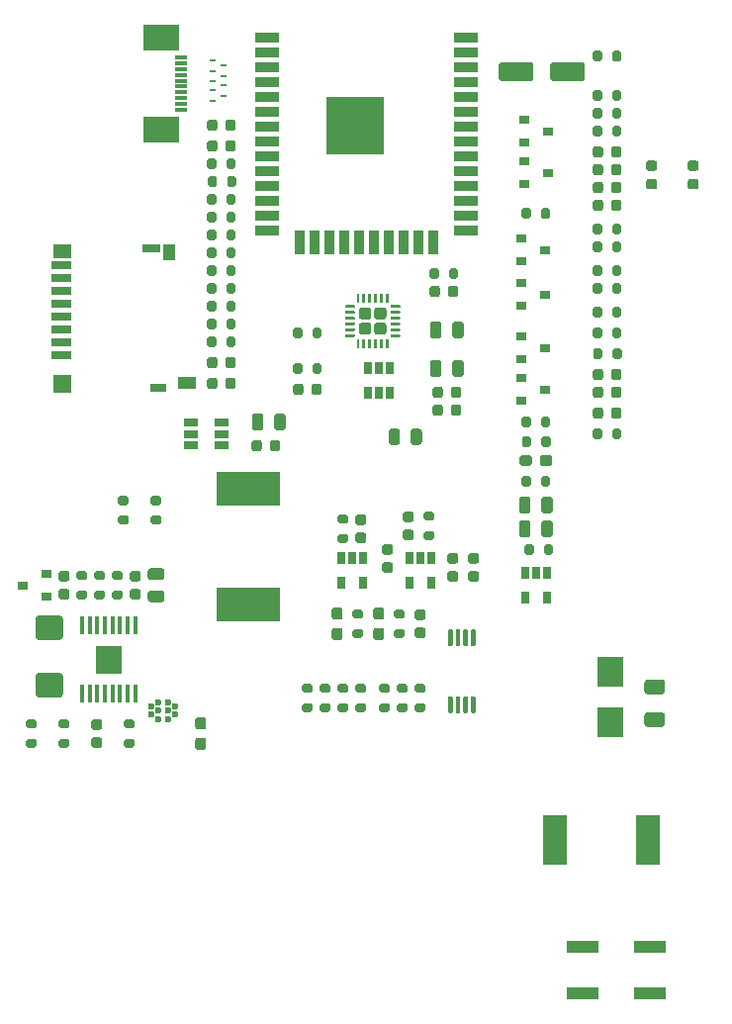
<source format=gtp>
%TF.GenerationSoftware,KiCad,Pcbnew,(5.1.8)-1*%
%TF.CreationDate,2020-12-22T12:44:13-05:00*%
%TF.ProjectId,uratt,75726174-742e-46b6-9963-61645f706362,rev?*%
%TF.SameCoordinates,Original*%
%TF.FileFunction,Paste,Top*%
%TF.FilePolarity,Positive*%
%FSLAX46Y46*%
G04 Gerber Fmt 4.6, Leading zero omitted, Abs format (unit mm)*
G04 Created by KiCad (PCBNEW (5.1.8)-1) date 2020-12-22 12:44:13*
%MOMM*%
%LPD*%
G01*
G04 APERTURE LIST*
%ADD10R,2.800000X1.000000*%
%ADD11R,2.300000X2.500000*%
%ADD12R,3.100000X2.300000*%
%ADD13R,1.100000X0.300000*%
%ADD14C,0.600000*%
%ADD15R,2.310000X2.460000*%
%ADD16R,0.450000X1.500000*%
%ADD17R,2.000000X4.200000*%
%ADD18R,0.900000X0.800000*%
%ADD19R,1.220000X0.650000*%
%ADD20R,0.650000X1.060000*%
%ADD21R,2.000000X0.900000*%
%ADD22R,0.900000X2.000000*%
%ADD23R,5.000000X5.000000*%
%ADD24R,5.400000X2.900000*%
%ADD25R,1.550000X1.000000*%
%ADD26R,1.500000X1.500000*%
%ADD27R,1.750000X0.700000*%
%ADD28R,1.400000X0.800000*%
%ADD29R,1.000000X1.450000*%
%ADD30R,1.500000X0.800000*%
%ADD31R,1.500000X1.300000*%
%ADD32R,0.600000X0.200000*%
G04 APERTURE END LIST*
D10*
%TO.C,SW3*%
X80370000Y-114268000D03*
X74570000Y-114268000D03*
X80370000Y-110268000D03*
X74570000Y-110268000D03*
%TD*%
%TO.C,JP6*%
G36*
G01*
X38375000Y-72473000D02*
X37825000Y-72473000D01*
G75*
G02*
X37625000Y-72273000I0J200000D01*
G01*
X37625000Y-71873000D01*
G75*
G02*
X37825000Y-71673000I200000J0D01*
G01*
X38375000Y-71673000D01*
G75*
G02*
X38575000Y-71873000I0J-200000D01*
G01*
X38575000Y-72273000D01*
G75*
G02*
X38375000Y-72473000I-200000J0D01*
G01*
G37*
G36*
G01*
X38375000Y-74123000D02*
X37825000Y-74123000D01*
G75*
G02*
X37625000Y-73923000I0J200000D01*
G01*
X37625000Y-73523000D01*
G75*
G02*
X37825000Y-73323000I200000J0D01*
G01*
X38375000Y-73323000D01*
G75*
G02*
X38575000Y-73523000I0J-200000D01*
G01*
X38575000Y-73923000D01*
G75*
G02*
X38375000Y-74123000I-200000J0D01*
G01*
G37*
%TD*%
%TO.C,JP5*%
G36*
G01*
X35581000Y-72473000D02*
X35031000Y-72473000D01*
G75*
G02*
X34831000Y-72273000I0J200000D01*
G01*
X34831000Y-71873000D01*
G75*
G02*
X35031000Y-71673000I200000J0D01*
G01*
X35581000Y-71673000D01*
G75*
G02*
X35781000Y-71873000I0J-200000D01*
G01*
X35781000Y-72273000D01*
G75*
G02*
X35581000Y-72473000I-200000J0D01*
G01*
G37*
G36*
G01*
X35581000Y-74123000D02*
X35031000Y-74123000D01*
G75*
G02*
X34831000Y-73923000I0J200000D01*
G01*
X34831000Y-73523000D01*
G75*
G02*
X35031000Y-73323000I200000J0D01*
G01*
X35581000Y-73323000D01*
G75*
G02*
X35781000Y-73523000I0J-200000D01*
G01*
X35781000Y-73923000D01*
G75*
G02*
X35581000Y-74123000I-200000J0D01*
G01*
G37*
%TD*%
%TO.C,R55*%
G36*
G01*
X77133000Y-34311000D02*
X77133000Y-33761000D01*
G75*
G02*
X77333000Y-33561000I200000J0D01*
G01*
X77733000Y-33561000D01*
G75*
G02*
X77933000Y-33761000I0J-200000D01*
G01*
X77933000Y-34311000D01*
G75*
G02*
X77733000Y-34511000I-200000J0D01*
G01*
X77333000Y-34511000D01*
G75*
G02*
X77133000Y-34311000I0J200000D01*
G01*
G37*
G36*
G01*
X75483000Y-34311000D02*
X75483000Y-33761000D01*
G75*
G02*
X75683000Y-33561000I200000J0D01*
G01*
X76083000Y-33561000D01*
G75*
G02*
X76283000Y-33761000I0J-200000D01*
G01*
X76283000Y-34311000D01*
G75*
G02*
X76083000Y-34511000I-200000J0D01*
G01*
X75683000Y-34511000D01*
G75*
G02*
X75483000Y-34311000I0J200000D01*
G01*
G37*
%TD*%
%TO.C,R54*%
G36*
G01*
X70187000Y-47223000D02*
X70187000Y-47773000D01*
G75*
G02*
X69987000Y-47973000I-200000J0D01*
G01*
X69587000Y-47973000D01*
G75*
G02*
X69387000Y-47773000I0J200000D01*
G01*
X69387000Y-47223000D01*
G75*
G02*
X69587000Y-47023000I200000J0D01*
G01*
X69987000Y-47023000D01*
G75*
G02*
X70187000Y-47223000I0J-200000D01*
G01*
G37*
G36*
G01*
X71837000Y-47223000D02*
X71837000Y-47773000D01*
G75*
G02*
X71637000Y-47973000I-200000J0D01*
G01*
X71237000Y-47973000D01*
G75*
G02*
X71037000Y-47773000I0J200000D01*
G01*
X71037000Y-47223000D01*
G75*
G02*
X71237000Y-47023000I200000J0D01*
G01*
X71637000Y-47023000D01*
G75*
G02*
X71837000Y-47223000I0J-200000D01*
G01*
G37*
%TD*%
%TO.C,FB4*%
G36*
G01*
X84330250Y-43846000D02*
X83817750Y-43846000D01*
G75*
G02*
X83599000Y-43627250I0J218750D01*
G01*
X83599000Y-43189750D01*
G75*
G02*
X83817750Y-42971000I218750J0D01*
G01*
X84330250Y-42971000D01*
G75*
G02*
X84549000Y-43189750I0J-218750D01*
G01*
X84549000Y-43627250D01*
G75*
G02*
X84330250Y-43846000I-218750J0D01*
G01*
G37*
G36*
G01*
X84330250Y-45421000D02*
X83817750Y-45421000D01*
G75*
G02*
X83599000Y-45202250I0J218750D01*
G01*
X83599000Y-44764750D01*
G75*
G02*
X83817750Y-44546000I218750J0D01*
G01*
X84330250Y-44546000D01*
G75*
G02*
X84549000Y-44764750I0J-218750D01*
G01*
X84549000Y-45202250D01*
G75*
G02*
X84330250Y-45421000I-218750J0D01*
G01*
G37*
%TD*%
%TO.C,FB3*%
G36*
G01*
X80774250Y-43846000D02*
X80261750Y-43846000D01*
G75*
G02*
X80043000Y-43627250I0J218750D01*
G01*
X80043000Y-43189750D01*
G75*
G02*
X80261750Y-42971000I218750J0D01*
G01*
X80774250Y-42971000D01*
G75*
G02*
X80993000Y-43189750I0J-218750D01*
G01*
X80993000Y-43627250D01*
G75*
G02*
X80774250Y-43846000I-218750J0D01*
G01*
G37*
G36*
G01*
X80774250Y-45421000D02*
X80261750Y-45421000D01*
G75*
G02*
X80043000Y-45202250I0J218750D01*
G01*
X80043000Y-44764750D01*
G75*
G02*
X80261750Y-44546000I218750J0D01*
G01*
X80774250Y-44546000D01*
G75*
G02*
X80993000Y-44764750I0J-218750D01*
G01*
X80993000Y-45202250D01*
G75*
G02*
X80774250Y-45421000I-218750J0D01*
G01*
G37*
%TD*%
%TO.C,F1*%
G36*
G01*
X81397000Y-88633000D02*
X80147000Y-88633000D01*
G75*
G02*
X79897000Y-88383000I0J250000D01*
G01*
X79897000Y-87633000D01*
G75*
G02*
X80147000Y-87383000I250000J0D01*
G01*
X81397000Y-87383000D01*
G75*
G02*
X81647000Y-87633000I0J-250000D01*
G01*
X81647000Y-88383000D01*
G75*
G02*
X81397000Y-88633000I-250000J0D01*
G01*
G37*
G36*
G01*
X81397000Y-91433000D02*
X80147000Y-91433000D01*
G75*
G02*
X79897000Y-91183000I0J250000D01*
G01*
X79897000Y-90433000D01*
G75*
G02*
X80147000Y-90183000I250000J0D01*
G01*
X81397000Y-90183000D01*
G75*
G02*
X81647000Y-90433000I0J-250000D01*
G01*
X81647000Y-91183000D01*
G75*
G02*
X81397000Y-91433000I-250000J0D01*
G01*
G37*
%TD*%
D11*
%TO.C,D12*%
X76962000Y-91050000D03*
X76962000Y-86750000D03*
%TD*%
D12*
%TO.C,J3*%
X38512000Y-40300001D03*
X38512000Y-32460001D03*
D13*
X40212000Y-38630001D03*
X40212000Y-38130001D03*
X40212000Y-37630001D03*
X40212000Y-37130001D03*
X40212000Y-36630001D03*
X40212000Y-36130001D03*
X40212000Y-35630001D03*
X40212000Y-35130001D03*
X40212000Y-34630001D03*
X40212000Y-34130001D03*
%TD*%
%TO.C,D1*%
G36*
G01*
X58986000Y-66149751D02*
X58986000Y-67062251D01*
G75*
G02*
X58742250Y-67306001I-243750J0D01*
G01*
X58254750Y-67306001D01*
G75*
G02*
X58011000Y-67062251I0J243750D01*
G01*
X58011000Y-66149751D01*
G75*
G02*
X58254750Y-65906001I243750J0D01*
G01*
X58742250Y-65906001D01*
G75*
G02*
X58986000Y-66149751I0J-243750D01*
G01*
G37*
G36*
G01*
X60861000Y-66149751D02*
X60861000Y-67062251D01*
G75*
G02*
X60617250Y-67306001I-243750J0D01*
G01*
X60129750Y-67306001D01*
G75*
G02*
X59886000Y-67062251I0J243750D01*
G01*
X59886000Y-66149751D01*
G75*
G02*
X60129750Y-65906001I243750J0D01*
G01*
X60617250Y-65906001D01*
G75*
G02*
X60861000Y-66149751I0J-243750D01*
G01*
G37*
%TD*%
%TO.C,R24*%
G36*
G01*
X76283000Y-52107001D02*
X76283000Y-52657001D01*
G75*
G02*
X76083000Y-52857001I-200000J0D01*
G01*
X75683000Y-52857001D01*
G75*
G02*
X75483000Y-52657001I0J200000D01*
G01*
X75483000Y-52107001D01*
G75*
G02*
X75683000Y-51907001I200000J0D01*
G01*
X76083000Y-51907001D01*
G75*
G02*
X76283000Y-52107001I0J-200000D01*
G01*
G37*
G36*
G01*
X77933000Y-52107001D02*
X77933000Y-52657001D01*
G75*
G02*
X77733000Y-52857001I-200000J0D01*
G01*
X77333000Y-52857001D01*
G75*
G02*
X77133000Y-52657001I0J200000D01*
G01*
X77133000Y-52107001D01*
G75*
G02*
X77333000Y-51907001I200000J0D01*
G01*
X77733000Y-51907001D01*
G75*
G02*
X77933000Y-52107001I0J-200000D01*
G01*
G37*
%TD*%
D14*
%TO.C,GT1*%
X37719000Y-90355001D03*
X37719000Y-89656501D03*
X38290500Y-89339001D03*
X38290500Y-90037501D03*
X38290500Y-90736001D03*
X39687500Y-90355001D03*
X39687500Y-89656501D03*
X39116000Y-89339001D03*
X39116000Y-90037501D03*
X39116000Y-90736001D03*
%TD*%
D15*
%TO.C,U6*%
X34036000Y-85656001D03*
D16*
X31761000Y-82756001D03*
X31761000Y-88556001D03*
X32411000Y-82756001D03*
X32411000Y-88556001D03*
X33061000Y-82756001D03*
X33061000Y-88556001D03*
X33711000Y-82756001D03*
X33711000Y-88556001D03*
X34361000Y-82756001D03*
X34361000Y-88556001D03*
X35011000Y-82756001D03*
X35011000Y-88556001D03*
X35661000Y-82756001D03*
X35661000Y-88556001D03*
X36311000Y-82756001D03*
X36311000Y-88556001D03*
%TD*%
%TO.C,C28*%
G36*
G01*
X28031000Y-86827001D02*
X29881000Y-86827001D01*
G75*
G02*
X30131000Y-87077001I0J-250000D01*
G01*
X30131000Y-88652001D01*
G75*
G02*
X29881000Y-88902001I-250000J0D01*
G01*
X28031000Y-88902001D01*
G75*
G02*
X27781000Y-88652001I0J250000D01*
G01*
X27781000Y-87077001D01*
G75*
G02*
X28031000Y-86827001I250000J0D01*
G01*
G37*
G36*
G01*
X28031000Y-81902001D02*
X29881000Y-81902001D01*
G75*
G02*
X30131000Y-82152001I0J-250000D01*
G01*
X30131000Y-83727001D01*
G75*
G02*
X29881000Y-83977001I-250000J0D01*
G01*
X28031000Y-83977001D01*
G75*
G02*
X27781000Y-83727001I0J250000D01*
G01*
X27781000Y-82152001D01*
G75*
G02*
X28031000Y-81902001I250000J0D01*
G01*
G37*
%TD*%
D17*
%TO.C,BZ1*%
X72200000Y-101076000D03*
X80200000Y-101076000D03*
%TD*%
D18*
%TO.C,Q2*%
X71358000Y-58986001D03*
X69358000Y-59936001D03*
X69358000Y-58036001D03*
%TD*%
%TO.C,Q1*%
X71358000Y-62542001D03*
X69358000Y-63492001D03*
X69358000Y-61592001D03*
%TD*%
D19*
%TO.C,U9*%
X41108000Y-67302001D03*
X41108000Y-66352001D03*
X41108000Y-65402001D03*
X43728000Y-65402001D03*
X43728000Y-66352001D03*
X43728000Y-67302001D03*
%TD*%
D20*
%TO.C,U8*%
X61656000Y-79136001D03*
X59756000Y-79136001D03*
X59756000Y-76936001D03*
X60706000Y-76936001D03*
X61656000Y-76936001D03*
%TD*%
%TO.C,U7*%
X55814000Y-79136001D03*
X53914000Y-79136001D03*
X53914000Y-76936001D03*
X54864000Y-76936001D03*
X55814000Y-76936001D03*
%TD*%
%TO.C,U5*%
G36*
G01*
X63387000Y-84547001D02*
X63187000Y-84547001D01*
G75*
G02*
X63087000Y-84447001I0J100000D01*
G01*
X63087000Y-83172001D01*
G75*
G02*
X63187000Y-83072001I100000J0D01*
G01*
X63387000Y-83072001D01*
G75*
G02*
X63487000Y-83172001I0J-100000D01*
G01*
X63487000Y-84447001D01*
G75*
G02*
X63387000Y-84547001I-100000J0D01*
G01*
G37*
G36*
G01*
X64037000Y-84547001D02*
X63837000Y-84547001D01*
G75*
G02*
X63737000Y-84447001I0J100000D01*
G01*
X63737000Y-83172001D01*
G75*
G02*
X63837000Y-83072001I100000J0D01*
G01*
X64037000Y-83072001D01*
G75*
G02*
X64137000Y-83172001I0J-100000D01*
G01*
X64137000Y-84447001D01*
G75*
G02*
X64037000Y-84547001I-100000J0D01*
G01*
G37*
G36*
G01*
X64687000Y-84547001D02*
X64487000Y-84547001D01*
G75*
G02*
X64387000Y-84447001I0J100000D01*
G01*
X64387000Y-83172001D01*
G75*
G02*
X64487000Y-83072001I100000J0D01*
G01*
X64687000Y-83072001D01*
G75*
G02*
X64787000Y-83172001I0J-100000D01*
G01*
X64787000Y-84447001D01*
G75*
G02*
X64687000Y-84547001I-100000J0D01*
G01*
G37*
G36*
G01*
X65337000Y-84547001D02*
X65137000Y-84547001D01*
G75*
G02*
X65037000Y-84447001I0J100000D01*
G01*
X65037000Y-83172001D01*
G75*
G02*
X65137000Y-83072001I100000J0D01*
G01*
X65337000Y-83072001D01*
G75*
G02*
X65437000Y-83172001I0J-100000D01*
G01*
X65437000Y-84447001D01*
G75*
G02*
X65337000Y-84547001I-100000J0D01*
G01*
G37*
G36*
G01*
X65337000Y-90272001D02*
X65137000Y-90272001D01*
G75*
G02*
X65037000Y-90172001I0J100000D01*
G01*
X65037000Y-88897001D01*
G75*
G02*
X65137000Y-88797001I100000J0D01*
G01*
X65337000Y-88797001D01*
G75*
G02*
X65437000Y-88897001I0J-100000D01*
G01*
X65437000Y-90172001D01*
G75*
G02*
X65337000Y-90272001I-100000J0D01*
G01*
G37*
G36*
G01*
X64687000Y-90272001D02*
X64487000Y-90272001D01*
G75*
G02*
X64387000Y-90172001I0J100000D01*
G01*
X64387000Y-88897001D01*
G75*
G02*
X64487000Y-88797001I100000J0D01*
G01*
X64687000Y-88797001D01*
G75*
G02*
X64787000Y-88897001I0J-100000D01*
G01*
X64787000Y-90172001D01*
G75*
G02*
X64687000Y-90272001I-100000J0D01*
G01*
G37*
G36*
G01*
X64037000Y-90272001D02*
X63837000Y-90272001D01*
G75*
G02*
X63737000Y-90172001I0J100000D01*
G01*
X63737000Y-88897001D01*
G75*
G02*
X63837000Y-88797001I100000J0D01*
G01*
X64037000Y-88797001D01*
G75*
G02*
X64137000Y-88897001I0J-100000D01*
G01*
X64137000Y-90172001D01*
G75*
G02*
X64037000Y-90272001I-100000J0D01*
G01*
G37*
G36*
G01*
X63387000Y-90272001D02*
X63187000Y-90272001D01*
G75*
G02*
X63087000Y-90172001I0J100000D01*
G01*
X63087000Y-88897001D01*
G75*
G02*
X63187000Y-88797001I100000J0D01*
G01*
X63387000Y-88797001D01*
G75*
G02*
X63487000Y-88897001I0J-100000D01*
G01*
X63487000Y-90172001D01*
G75*
G02*
X63387000Y-90272001I-100000J0D01*
G01*
G37*
%TD*%
%TO.C,U4*%
X71562000Y-80406001D03*
X69662000Y-80406001D03*
X69662000Y-78206001D03*
X70612000Y-78206001D03*
X71562000Y-78206001D03*
%TD*%
D21*
%TO.C,U3*%
X64634000Y-32443001D03*
X64634000Y-33713001D03*
X64634000Y-34983001D03*
X64634000Y-36253001D03*
X64634000Y-37523001D03*
X64634000Y-38793001D03*
X64634000Y-40063001D03*
X64634000Y-41333001D03*
X64634000Y-42603001D03*
X64634000Y-43873001D03*
X64634000Y-45143001D03*
X64634000Y-46413001D03*
X64634000Y-47683001D03*
X64634000Y-48953001D03*
D22*
X61849000Y-49953001D03*
X60579000Y-49953001D03*
X59309000Y-49953001D03*
X58039000Y-49953001D03*
X56769000Y-49953001D03*
X55499000Y-49953001D03*
X54229000Y-49953001D03*
X52959000Y-49953001D03*
X51689000Y-49953001D03*
X50419000Y-49953001D03*
D21*
X47634000Y-48953001D03*
X47634000Y-47683001D03*
X47634000Y-46413001D03*
X47634000Y-45143001D03*
X47634000Y-43873001D03*
X47634000Y-42603001D03*
X47634000Y-41333001D03*
X47634000Y-40063001D03*
X47634000Y-38793001D03*
X47634000Y-37523001D03*
X47634000Y-36253001D03*
X47634000Y-34983001D03*
X47634000Y-33713001D03*
X47634000Y-32443001D03*
D23*
X55134000Y-39943001D03*
%TD*%
%TO.C,U2*%
G36*
G01*
X57567001Y-56575001D02*
X57016999Y-56575001D01*
G75*
G02*
X56767000Y-56325002I0J249999D01*
G01*
X56767000Y-55775000D01*
G75*
G02*
X57016999Y-55525001I249999J0D01*
G01*
X57567001Y-55525001D01*
G75*
G02*
X57817000Y-55775000I0J-249999D01*
G01*
X57817000Y-56325002D01*
G75*
G02*
X57567001Y-56575001I-249999J0D01*
G01*
G37*
G36*
G01*
X56267001Y-56575001D02*
X55716999Y-56575001D01*
G75*
G02*
X55467000Y-56325002I0J249999D01*
G01*
X55467000Y-55775000D01*
G75*
G02*
X55716999Y-55525001I249999J0D01*
G01*
X56267001Y-55525001D01*
G75*
G02*
X56517000Y-55775000I0J-249999D01*
G01*
X56517000Y-56325002D01*
G75*
G02*
X56267001Y-56575001I-249999J0D01*
G01*
G37*
G36*
G01*
X57567001Y-57875001D02*
X57016999Y-57875001D01*
G75*
G02*
X56767000Y-57625002I0J249999D01*
G01*
X56767000Y-57075000D01*
G75*
G02*
X57016999Y-56825001I249999J0D01*
G01*
X57567001Y-56825001D01*
G75*
G02*
X57817000Y-57075000I0J-249999D01*
G01*
X57817000Y-57625002D01*
G75*
G02*
X57567001Y-57875001I-249999J0D01*
G01*
G37*
G36*
G01*
X56267001Y-57875001D02*
X55716999Y-57875001D01*
G75*
G02*
X55467000Y-57625002I0J249999D01*
G01*
X55467000Y-57075000D01*
G75*
G02*
X55716999Y-56825001I249999J0D01*
G01*
X56267001Y-56825001D01*
G75*
G02*
X56517000Y-57075000I0J-249999D01*
G01*
X56517000Y-57625002D01*
G75*
G02*
X56267001Y-57875001I-249999J0D01*
G01*
G37*
G36*
G01*
X55054500Y-58075001D02*
X54354500Y-58075001D01*
G75*
G02*
X54292000Y-58012501I0J62500D01*
G01*
X54292000Y-57887501D01*
G75*
G02*
X54354500Y-57825001I62500J0D01*
G01*
X55054500Y-57825001D01*
G75*
G02*
X55117000Y-57887501I0J-62500D01*
G01*
X55117000Y-58012501D01*
G75*
G02*
X55054500Y-58075001I-62500J0D01*
G01*
G37*
G36*
G01*
X55054500Y-57575001D02*
X54354500Y-57575001D01*
G75*
G02*
X54292000Y-57512501I0J62500D01*
G01*
X54292000Y-57387501D01*
G75*
G02*
X54354500Y-57325001I62500J0D01*
G01*
X55054500Y-57325001D01*
G75*
G02*
X55117000Y-57387501I0J-62500D01*
G01*
X55117000Y-57512501D01*
G75*
G02*
X55054500Y-57575001I-62500J0D01*
G01*
G37*
G36*
G01*
X55054500Y-57075001D02*
X54354500Y-57075001D01*
G75*
G02*
X54292000Y-57012501I0J62500D01*
G01*
X54292000Y-56887501D01*
G75*
G02*
X54354500Y-56825001I62500J0D01*
G01*
X55054500Y-56825001D01*
G75*
G02*
X55117000Y-56887501I0J-62500D01*
G01*
X55117000Y-57012501D01*
G75*
G02*
X55054500Y-57075001I-62500J0D01*
G01*
G37*
G36*
G01*
X55054500Y-56575001D02*
X54354500Y-56575001D01*
G75*
G02*
X54292000Y-56512501I0J62500D01*
G01*
X54292000Y-56387501D01*
G75*
G02*
X54354500Y-56325001I62500J0D01*
G01*
X55054500Y-56325001D01*
G75*
G02*
X55117000Y-56387501I0J-62500D01*
G01*
X55117000Y-56512501D01*
G75*
G02*
X55054500Y-56575001I-62500J0D01*
G01*
G37*
G36*
G01*
X55054500Y-56075001D02*
X54354500Y-56075001D01*
G75*
G02*
X54292000Y-56012501I0J62500D01*
G01*
X54292000Y-55887501D01*
G75*
G02*
X54354500Y-55825001I62500J0D01*
G01*
X55054500Y-55825001D01*
G75*
G02*
X55117000Y-55887501I0J-62500D01*
G01*
X55117000Y-56012501D01*
G75*
G02*
X55054500Y-56075001I-62500J0D01*
G01*
G37*
G36*
G01*
X55054500Y-55575001D02*
X54354500Y-55575001D01*
G75*
G02*
X54292000Y-55512501I0J62500D01*
G01*
X54292000Y-55387501D01*
G75*
G02*
X54354500Y-55325001I62500J0D01*
G01*
X55054500Y-55325001D01*
G75*
G02*
X55117000Y-55387501I0J-62500D01*
G01*
X55117000Y-55512501D01*
G75*
G02*
X55054500Y-55575001I-62500J0D01*
G01*
G37*
G36*
G01*
X55454500Y-55175001D02*
X55329500Y-55175001D01*
G75*
G02*
X55267000Y-55112501I0J62500D01*
G01*
X55267000Y-54412501D01*
G75*
G02*
X55329500Y-54350001I62500J0D01*
G01*
X55454500Y-54350001D01*
G75*
G02*
X55517000Y-54412501I0J-62500D01*
G01*
X55517000Y-55112501D01*
G75*
G02*
X55454500Y-55175001I-62500J0D01*
G01*
G37*
G36*
G01*
X55954500Y-55175001D02*
X55829500Y-55175001D01*
G75*
G02*
X55767000Y-55112501I0J62500D01*
G01*
X55767000Y-54412501D01*
G75*
G02*
X55829500Y-54350001I62500J0D01*
G01*
X55954500Y-54350001D01*
G75*
G02*
X56017000Y-54412501I0J-62500D01*
G01*
X56017000Y-55112501D01*
G75*
G02*
X55954500Y-55175001I-62500J0D01*
G01*
G37*
G36*
G01*
X56454500Y-55175001D02*
X56329500Y-55175001D01*
G75*
G02*
X56267000Y-55112501I0J62500D01*
G01*
X56267000Y-54412501D01*
G75*
G02*
X56329500Y-54350001I62500J0D01*
G01*
X56454500Y-54350001D01*
G75*
G02*
X56517000Y-54412501I0J-62500D01*
G01*
X56517000Y-55112501D01*
G75*
G02*
X56454500Y-55175001I-62500J0D01*
G01*
G37*
G36*
G01*
X56954500Y-55175001D02*
X56829500Y-55175001D01*
G75*
G02*
X56767000Y-55112501I0J62500D01*
G01*
X56767000Y-54412501D01*
G75*
G02*
X56829500Y-54350001I62500J0D01*
G01*
X56954500Y-54350001D01*
G75*
G02*
X57017000Y-54412501I0J-62500D01*
G01*
X57017000Y-55112501D01*
G75*
G02*
X56954500Y-55175001I-62500J0D01*
G01*
G37*
G36*
G01*
X57454500Y-55175001D02*
X57329500Y-55175001D01*
G75*
G02*
X57267000Y-55112501I0J62500D01*
G01*
X57267000Y-54412501D01*
G75*
G02*
X57329500Y-54350001I62500J0D01*
G01*
X57454500Y-54350001D01*
G75*
G02*
X57517000Y-54412501I0J-62500D01*
G01*
X57517000Y-55112501D01*
G75*
G02*
X57454500Y-55175001I-62500J0D01*
G01*
G37*
G36*
G01*
X57954500Y-55175001D02*
X57829500Y-55175001D01*
G75*
G02*
X57767000Y-55112501I0J62500D01*
G01*
X57767000Y-54412501D01*
G75*
G02*
X57829500Y-54350001I62500J0D01*
G01*
X57954500Y-54350001D01*
G75*
G02*
X58017000Y-54412501I0J-62500D01*
G01*
X58017000Y-55112501D01*
G75*
G02*
X57954500Y-55175001I-62500J0D01*
G01*
G37*
G36*
G01*
X58929500Y-55575001D02*
X58229500Y-55575001D01*
G75*
G02*
X58167000Y-55512501I0J62500D01*
G01*
X58167000Y-55387501D01*
G75*
G02*
X58229500Y-55325001I62500J0D01*
G01*
X58929500Y-55325001D01*
G75*
G02*
X58992000Y-55387501I0J-62500D01*
G01*
X58992000Y-55512501D01*
G75*
G02*
X58929500Y-55575001I-62500J0D01*
G01*
G37*
G36*
G01*
X58929500Y-56075001D02*
X58229500Y-56075001D01*
G75*
G02*
X58167000Y-56012501I0J62500D01*
G01*
X58167000Y-55887501D01*
G75*
G02*
X58229500Y-55825001I62500J0D01*
G01*
X58929500Y-55825001D01*
G75*
G02*
X58992000Y-55887501I0J-62500D01*
G01*
X58992000Y-56012501D01*
G75*
G02*
X58929500Y-56075001I-62500J0D01*
G01*
G37*
G36*
G01*
X58929500Y-56575001D02*
X58229500Y-56575001D01*
G75*
G02*
X58167000Y-56512501I0J62500D01*
G01*
X58167000Y-56387501D01*
G75*
G02*
X58229500Y-56325001I62500J0D01*
G01*
X58929500Y-56325001D01*
G75*
G02*
X58992000Y-56387501I0J-62500D01*
G01*
X58992000Y-56512501D01*
G75*
G02*
X58929500Y-56575001I-62500J0D01*
G01*
G37*
G36*
G01*
X58929500Y-57075001D02*
X58229500Y-57075001D01*
G75*
G02*
X58167000Y-57012501I0J62500D01*
G01*
X58167000Y-56887501D01*
G75*
G02*
X58229500Y-56825001I62500J0D01*
G01*
X58929500Y-56825001D01*
G75*
G02*
X58992000Y-56887501I0J-62500D01*
G01*
X58992000Y-57012501D01*
G75*
G02*
X58929500Y-57075001I-62500J0D01*
G01*
G37*
G36*
G01*
X58929500Y-57575001D02*
X58229500Y-57575001D01*
G75*
G02*
X58167000Y-57512501I0J62500D01*
G01*
X58167000Y-57387501D01*
G75*
G02*
X58229500Y-57325001I62500J0D01*
G01*
X58929500Y-57325001D01*
G75*
G02*
X58992000Y-57387501I0J-62500D01*
G01*
X58992000Y-57512501D01*
G75*
G02*
X58929500Y-57575001I-62500J0D01*
G01*
G37*
G36*
G01*
X58929500Y-58075001D02*
X58229500Y-58075001D01*
G75*
G02*
X58167000Y-58012501I0J62500D01*
G01*
X58167000Y-57887501D01*
G75*
G02*
X58229500Y-57825001I62500J0D01*
G01*
X58929500Y-57825001D01*
G75*
G02*
X58992000Y-57887501I0J-62500D01*
G01*
X58992000Y-58012501D01*
G75*
G02*
X58929500Y-58075001I-62500J0D01*
G01*
G37*
G36*
G01*
X57954500Y-59050001D02*
X57829500Y-59050001D01*
G75*
G02*
X57767000Y-58987501I0J62500D01*
G01*
X57767000Y-58287501D01*
G75*
G02*
X57829500Y-58225001I62500J0D01*
G01*
X57954500Y-58225001D01*
G75*
G02*
X58017000Y-58287501I0J-62500D01*
G01*
X58017000Y-58987501D01*
G75*
G02*
X57954500Y-59050001I-62500J0D01*
G01*
G37*
G36*
G01*
X57454500Y-59050001D02*
X57329500Y-59050001D01*
G75*
G02*
X57267000Y-58987501I0J62500D01*
G01*
X57267000Y-58287501D01*
G75*
G02*
X57329500Y-58225001I62500J0D01*
G01*
X57454500Y-58225001D01*
G75*
G02*
X57517000Y-58287501I0J-62500D01*
G01*
X57517000Y-58987501D01*
G75*
G02*
X57454500Y-59050001I-62500J0D01*
G01*
G37*
G36*
G01*
X56954500Y-59050001D02*
X56829500Y-59050001D01*
G75*
G02*
X56767000Y-58987501I0J62500D01*
G01*
X56767000Y-58287501D01*
G75*
G02*
X56829500Y-58225001I62500J0D01*
G01*
X56954500Y-58225001D01*
G75*
G02*
X57017000Y-58287501I0J-62500D01*
G01*
X57017000Y-58987501D01*
G75*
G02*
X56954500Y-59050001I-62500J0D01*
G01*
G37*
G36*
G01*
X56454500Y-59050001D02*
X56329500Y-59050001D01*
G75*
G02*
X56267000Y-58987501I0J62500D01*
G01*
X56267000Y-58287501D01*
G75*
G02*
X56329500Y-58225001I62500J0D01*
G01*
X56454500Y-58225001D01*
G75*
G02*
X56517000Y-58287501I0J-62500D01*
G01*
X56517000Y-58987501D01*
G75*
G02*
X56454500Y-59050001I-62500J0D01*
G01*
G37*
G36*
G01*
X55954500Y-59050001D02*
X55829500Y-59050001D01*
G75*
G02*
X55767000Y-58987501I0J62500D01*
G01*
X55767000Y-58287501D01*
G75*
G02*
X55829500Y-58225001I62500J0D01*
G01*
X55954500Y-58225001D01*
G75*
G02*
X56017000Y-58287501I0J-62500D01*
G01*
X56017000Y-58987501D01*
G75*
G02*
X55954500Y-59050001I-62500J0D01*
G01*
G37*
G36*
G01*
X55454500Y-59050001D02*
X55329500Y-59050001D01*
G75*
G02*
X55267000Y-58987501I0J62500D01*
G01*
X55267000Y-58287501D01*
G75*
G02*
X55329500Y-58225001I62500J0D01*
G01*
X55454500Y-58225001D01*
G75*
G02*
X55517000Y-58287501I0J-62500D01*
G01*
X55517000Y-58987501D01*
G75*
G02*
X55454500Y-59050001I-62500J0D01*
G01*
G37*
%TD*%
D20*
%TO.C,U1*%
X57150000Y-60680001D03*
X56200000Y-60680001D03*
X58100000Y-60680001D03*
X58100000Y-62880001D03*
X57150000Y-62880001D03*
X56200000Y-62880001D03*
%TD*%
%TO.C,R42*%
G36*
G01*
X36089000Y-93231001D02*
X35539000Y-93231001D01*
G75*
G02*
X35339000Y-93031001I0J200000D01*
G01*
X35339000Y-92631001D01*
G75*
G02*
X35539000Y-92431001I200000J0D01*
G01*
X36089000Y-92431001D01*
G75*
G02*
X36289000Y-92631001I0J-200000D01*
G01*
X36289000Y-93031001D01*
G75*
G02*
X36089000Y-93231001I-200000J0D01*
G01*
G37*
G36*
G01*
X36089000Y-91581001D02*
X35539000Y-91581001D01*
G75*
G02*
X35339000Y-91381001I0J200000D01*
G01*
X35339000Y-90981001D01*
G75*
G02*
X35539000Y-90781001I200000J0D01*
G01*
X36089000Y-90781001D01*
G75*
G02*
X36289000Y-90981001I0J-200000D01*
G01*
X36289000Y-91381001D01*
G75*
G02*
X36089000Y-91581001I-200000J0D01*
G01*
G37*
%TD*%
%TO.C,R41*%
G36*
G01*
X43263000Y-42963001D02*
X43263000Y-43513001D01*
G75*
G02*
X43063000Y-43713001I-200000J0D01*
G01*
X42663000Y-43713001D01*
G75*
G02*
X42463000Y-43513001I0J200000D01*
G01*
X42463000Y-42963001D01*
G75*
G02*
X42663000Y-42763001I200000J0D01*
G01*
X43063000Y-42763001D01*
G75*
G02*
X43263000Y-42963001I0J-200000D01*
G01*
G37*
G36*
G01*
X44913000Y-42963001D02*
X44913000Y-43513001D01*
G75*
G02*
X44713000Y-43713001I-200000J0D01*
G01*
X44313000Y-43713001D01*
G75*
G02*
X44113000Y-43513001I0J200000D01*
G01*
X44113000Y-42963001D01*
G75*
G02*
X44313000Y-42763001I200000J0D01*
G01*
X44713000Y-42763001D01*
G75*
G02*
X44913000Y-42963001I0J-200000D01*
G01*
G37*
%TD*%
%TO.C,R40*%
G36*
G01*
X33549000Y-78881001D02*
X32999000Y-78881001D01*
G75*
G02*
X32799000Y-78681001I0J200000D01*
G01*
X32799000Y-78281001D01*
G75*
G02*
X32999000Y-78081001I200000J0D01*
G01*
X33549000Y-78081001D01*
G75*
G02*
X33749000Y-78281001I0J-200000D01*
G01*
X33749000Y-78681001D01*
G75*
G02*
X33549000Y-78881001I-200000J0D01*
G01*
G37*
G36*
G01*
X33549000Y-80531001D02*
X32999000Y-80531001D01*
G75*
G02*
X32799000Y-80331001I0J200000D01*
G01*
X32799000Y-79931001D01*
G75*
G02*
X32999000Y-79731001I200000J0D01*
G01*
X33549000Y-79731001D01*
G75*
G02*
X33749000Y-79931001I0J-200000D01*
G01*
X33749000Y-80331001D01*
G75*
G02*
X33549000Y-80531001I-200000J0D01*
G01*
G37*
%TD*%
%TO.C,R39*%
G36*
G01*
X31475000Y-79731001D02*
X32025000Y-79731001D01*
G75*
G02*
X32225000Y-79931001I0J-200000D01*
G01*
X32225000Y-80331001D01*
G75*
G02*
X32025000Y-80531001I-200000J0D01*
G01*
X31475000Y-80531001D01*
G75*
G02*
X31275000Y-80331001I0J200000D01*
G01*
X31275000Y-79931001D01*
G75*
G02*
X31475000Y-79731001I200000J0D01*
G01*
G37*
G36*
G01*
X31475000Y-78081001D02*
X32025000Y-78081001D01*
G75*
G02*
X32225000Y-78281001I0J-200000D01*
G01*
X32225000Y-78681001D01*
G75*
G02*
X32025000Y-78881001I-200000J0D01*
G01*
X31475000Y-78881001D01*
G75*
G02*
X31275000Y-78681001I0J200000D01*
G01*
X31275000Y-78281001D01*
G75*
G02*
X31475000Y-78081001I200000J0D01*
G01*
G37*
%TD*%
%TO.C,R38*%
G36*
G01*
X59203000Y-82183001D02*
X58653000Y-82183001D01*
G75*
G02*
X58453000Y-81983001I0J200000D01*
G01*
X58453000Y-81583001D01*
G75*
G02*
X58653000Y-81383001I200000J0D01*
G01*
X59203000Y-81383001D01*
G75*
G02*
X59403000Y-81583001I0J-200000D01*
G01*
X59403000Y-81983001D01*
G75*
G02*
X59203000Y-82183001I-200000J0D01*
G01*
G37*
G36*
G01*
X59203000Y-83833001D02*
X58653000Y-83833001D01*
G75*
G02*
X58453000Y-83633001I0J200000D01*
G01*
X58453000Y-83233001D01*
G75*
G02*
X58653000Y-83033001I200000J0D01*
G01*
X59203000Y-83033001D01*
G75*
G02*
X59403000Y-83233001I0J-200000D01*
G01*
X59403000Y-83633001D01*
G75*
G02*
X59203000Y-83833001I-200000J0D01*
G01*
G37*
%TD*%
%TO.C,R37*%
G36*
G01*
X55647000Y-82183001D02*
X55097000Y-82183001D01*
G75*
G02*
X54897000Y-81983001I0J200000D01*
G01*
X54897000Y-81583001D01*
G75*
G02*
X55097000Y-81383001I200000J0D01*
G01*
X55647000Y-81383001D01*
G75*
G02*
X55847000Y-81583001I0J-200000D01*
G01*
X55847000Y-81983001D01*
G75*
G02*
X55647000Y-82183001I-200000J0D01*
G01*
G37*
G36*
G01*
X55647000Y-83833001D02*
X55097000Y-83833001D01*
G75*
G02*
X54897000Y-83633001I0J200000D01*
G01*
X54897000Y-83233001D01*
G75*
G02*
X55097000Y-83033001I200000J0D01*
G01*
X55647000Y-83033001D01*
G75*
G02*
X55847000Y-83233001I0J-200000D01*
G01*
X55847000Y-83633001D01*
G75*
G02*
X55647000Y-83833001I-200000J0D01*
G01*
G37*
%TD*%
%TO.C,R36*%
G36*
G01*
X53827000Y-74905001D02*
X54377000Y-74905001D01*
G75*
G02*
X54577000Y-75105001I0J-200000D01*
G01*
X54577000Y-75505001D01*
G75*
G02*
X54377000Y-75705001I-200000J0D01*
G01*
X53827000Y-75705001D01*
G75*
G02*
X53627000Y-75505001I0J200000D01*
G01*
X53627000Y-75105001D01*
G75*
G02*
X53827000Y-74905001I200000J0D01*
G01*
G37*
G36*
G01*
X53827000Y-73255001D02*
X54377000Y-73255001D01*
G75*
G02*
X54577000Y-73455001I0J-200000D01*
G01*
X54577000Y-73855001D01*
G75*
G02*
X54377000Y-74055001I-200000J0D01*
G01*
X53827000Y-74055001D01*
G75*
G02*
X53627000Y-73855001I0J200000D01*
G01*
X53627000Y-73455001D01*
G75*
G02*
X53827000Y-73255001I200000J0D01*
G01*
G37*
%TD*%
%TO.C,R35*%
G36*
G01*
X61193000Y-74651001D02*
X61743000Y-74651001D01*
G75*
G02*
X61943000Y-74851001I0J-200000D01*
G01*
X61943000Y-75251001D01*
G75*
G02*
X61743000Y-75451001I-200000J0D01*
G01*
X61193000Y-75451001D01*
G75*
G02*
X60993000Y-75251001I0J200000D01*
G01*
X60993000Y-74851001D01*
G75*
G02*
X61193000Y-74651001I200000J0D01*
G01*
G37*
G36*
G01*
X61193000Y-73001001D02*
X61743000Y-73001001D01*
G75*
G02*
X61943000Y-73201001I0J-200000D01*
G01*
X61943000Y-73601001D01*
G75*
G02*
X61743000Y-73801001I-200000J0D01*
G01*
X61193000Y-73801001D01*
G75*
G02*
X60993000Y-73601001I0J200000D01*
G01*
X60993000Y-73201001D01*
G75*
G02*
X61193000Y-73001001I200000J0D01*
G01*
G37*
%TD*%
%TO.C,R34*%
G36*
G01*
X34523000Y-79731001D02*
X35073000Y-79731001D01*
G75*
G02*
X35273000Y-79931001I0J-200000D01*
G01*
X35273000Y-80331001D01*
G75*
G02*
X35073000Y-80531001I-200000J0D01*
G01*
X34523000Y-80531001D01*
G75*
G02*
X34323000Y-80331001I0J200000D01*
G01*
X34323000Y-79931001D01*
G75*
G02*
X34523000Y-79731001I200000J0D01*
G01*
G37*
G36*
G01*
X34523000Y-78081001D02*
X35073000Y-78081001D01*
G75*
G02*
X35273000Y-78281001I0J-200000D01*
G01*
X35273000Y-78681001D01*
G75*
G02*
X35073000Y-78881001I-200000J0D01*
G01*
X34523000Y-78881001D01*
G75*
G02*
X34323000Y-78681001I0J200000D01*
G01*
X34323000Y-78281001D01*
G75*
G02*
X34523000Y-78081001I200000J0D01*
G01*
G37*
%TD*%
%TO.C,R33*%
G36*
G01*
X27157000Y-92431001D02*
X27707000Y-92431001D01*
G75*
G02*
X27907000Y-92631001I0J-200000D01*
G01*
X27907000Y-93031001D01*
G75*
G02*
X27707000Y-93231001I-200000J0D01*
G01*
X27157000Y-93231001D01*
G75*
G02*
X26957000Y-93031001I0J200000D01*
G01*
X26957000Y-92631001D01*
G75*
G02*
X27157000Y-92431001I200000J0D01*
G01*
G37*
G36*
G01*
X27157000Y-90781001D02*
X27707000Y-90781001D01*
G75*
G02*
X27907000Y-90981001I0J-200000D01*
G01*
X27907000Y-91381001D01*
G75*
G02*
X27707000Y-91581001I-200000J0D01*
G01*
X27157000Y-91581001D01*
G75*
G02*
X26957000Y-91381001I0J200000D01*
G01*
X26957000Y-90981001D01*
G75*
G02*
X27157000Y-90781001I200000J0D01*
G01*
G37*
%TD*%
%TO.C,R32*%
G36*
G01*
X30501000Y-91581001D02*
X29951000Y-91581001D01*
G75*
G02*
X29751000Y-91381001I0J200000D01*
G01*
X29751000Y-90981001D01*
G75*
G02*
X29951000Y-90781001I200000J0D01*
G01*
X30501000Y-90781001D01*
G75*
G02*
X30701000Y-90981001I0J-200000D01*
G01*
X30701000Y-91381001D01*
G75*
G02*
X30501000Y-91581001I-200000J0D01*
G01*
G37*
G36*
G01*
X30501000Y-93231001D02*
X29951000Y-93231001D01*
G75*
G02*
X29751000Y-93031001I0J200000D01*
G01*
X29751000Y-92631001D01*
G75*
G02*
X29951000Y-92431001I200000J0D01*
G01*
X30501000Y-92431001D01*
G75*
G02*
X30701000Y-92631001I0J-200000D01*
G01*
X30701000Y-93031001D01*
G75*
G02*
X30501000Y-93231001I-200000J0D01*
G01*
G37*
%TD*%
%TO.C,R31*%
G36*
G01*
X43326000Y-44487001D02*
X43326000Y-45037001D01*
G75*
G02*
X43126000Y-45237001I-200000J0D01*
G01*
X42726000Y-45237001D01*
G75*
G02*
X42526000Y-45037001I0J200000D01*
G01*
X42526000Y-44487001D01*
G75*
G02*
X42726000Y-44287001I200000J0D01*
G01*
X43126000Y-44287001D01*
G75*
G02*
X43326000Y-44487001I0J-200000D01*
G01*
G37*
G36*
G01*
X44976000Y-44487001D02*
X44976000Y-45037001D01*
G75*
G02*
X44776000Y-45237001I-200000J0D01*
G01*
X44376000Y-45237001D01*
G75*
G02*
X44176000Y-45037001I0J200000D01*
G01*
X44176000Y-44487001D01*
G75*
G02*
X44376000Y-44287001I200000J0D01*
G01*
X44776000Y-44287001D01*
G75*
G02*
X44976000Y-44487001I0J-200000D01*
G01*
G37*
%TD*%
%TO.C,R30*%
G36*
G01*
X70187000Y-70141001D02*
X70187000Y-70691001D01*
G75*
G02*
X69987000Y-70891001I-200000J0D01*
G01*
X69587000Y-70891001D01*
G75*
G02*
X69387000Y-70691001I0J200000D01*
G01*
X69387000Y-70141001D01*
G75*
G02*
X69587000Y-69941001I200000J0D01*
G01*
X69987000Y-69941001D01*
G75*
G02*
X70187000Y-70141001I0J-200000D01*
G01*
G37*
G36*
G01*
X71837000Y-70141001D02*
X71837000Y-70691001D01*
G75*
G02*
X71637000Y-70891001I-200000J0D01*
G01*
X71237000Y-70891001D01*
G75*
G02*
X71037000Y-70691001I0J200000D01*
G01*
X71037000Y-70141001D01*
G75*
G02*
X71237000Y-69941001I200000J0D01*
G01*
X71637000Y-69941001D01*
G75*
G02*
X71837000Y-70141001I0J-200000D01*
G01*
G37*
%TD*%
%TO.C,R29*%
G36*
G01*
X60981000Y-88533001D02*
X60431000Y-88533001D01*
G75*
G02*
X60231000Y-88333001I0J200000D01*
G01*
X60231000Y-87933001D01*
G75*
G02*
X60431000Y-87733001I200000J0D01*
G01*
X60981000Y-87733001D01*
G75*
G02*
X61181000Y-87933001I0J-200000D01*
G01*
X61181000Y-88333001D01*
G75*
G02*
X60981000Y-88533001I-200000J0D01*
G01*
G37*
G36*
G01*
X60981000Y-90183001D02*
X60431000Y-90183001D01*
G75*
G02*
X60231000Y-89983001I0J200000D01*
G01*
X60231000Y-89583001D01*
G75*
G02*
X60431000Y-89383001I200000J0D01*
G01*
X60981000Y-89383001D01*
G75*
G02*
X61181000Y-89583001I0J-200000D01*
G01*
X61181000Y-89983001D01*
G75*
G02*
X60981000Y-90183001I-200000J0D01*
G01*
G37*
%TD*%
%TO.C,R28*%
G36*
G01*
X57933000Y-88533001D02*
X57383000Y-88533001D01*
G75*
G02*
X57183000Y-88333001I0J200000D01*
G01*
X57183000Y-87933001D01*
G75*
G02*
X57383000Y-87733001I200000J0D01*
G01*
X57933000Y-87733001D01*
G75*
G02*
X58133000Y-87933001I0J-200000D01*
G01*
X58133000Y-88333001D01*
G75*
G02*
X57933000Y-88533001I-200000J0D01*
G01*
G37*
G36*
G01*
X57933000Y-90183001D02*
X57383000Y-90183001D01*
G75*
G02*
X57183000Y-89983001I0J200000D01*
G01*
X57183000Y-89583001D01*
G75*
G02*
X57383000Y-89383001I200000J0D01*
G01*
X57933000Y-89383001D01*
G75*
G02*
X58133000Y-89583001I0J-200000D01*
G01*
X58133000Y-89983001D01*
G75*
G02*
X57933000Y-90183001I-200000J0D01*
G01*
G37*
%TD*%
%TO.C,R27*%
G36*
G01*
X59457000Y-88533001D02*
X58907000Y-88533001D01*
G75*
G02*
X58707000Y-88333001I0J200000D01*
G01*
X58707000Y-87933001D01*
G75*
G02*
X58907000Y-87733001I200000J0D01*
G01*
X59457000Y-87733001D01*
G75*
G02*
X59657000Y-87933001I0J-200000D01*
G01*
X59657000Y-88333001D01*
G75*
G02*
X59457000Y-88533001I-200000J0D01*
G01*
G37*
G36*
G01*
X59457000Y-90183001D02*
X58907000Y-90183001D01*
G75*
G02*
X58707000Y-89983001I0J200000D01*
G01*
X58707000Y-89583001D01*
G75*
G02*
X58907000Y-89383001I200000J0D01*
G01*
X59457000Y-89383001D01*
G75*
G02*
X59657000Y-89583001I0J-200000D01*
G01*
X59657000Y-89983001D01*
G75*
G02*
X59457000Y-90183001I-200000J0D01*
G01*
G37*
%TD*%
%TO.C,R26*%
G36*
G01*
X70441000Y-75983001D02*
X70441000Y-76533001D01*
G75*
G02*
X70241000Y-76733001I-200000J0D01*
G01*
X69841000Y-76733001D01*
G75*
G02*
X69641000Y-76533001I0J200000D01*
G01*
X69641000Y-75983001D01*
G75*
G02*
X69841000Y-75783001I200000J0D01*
G01*
X70241000Y-75783001D01*
G75*
G02*
X70441000Y-75983001I0J-200000D01*
G01*
G37*
G36*
G01*
X72091000Y-75983001D02*
X72091000Y-76533001D01*
G75*
G02*
X71891000Y-76733001I-200000J0D01*
G01*
X71491000Y-76733001D01*
G75*
G02*
X71291000Y-76533001I0J200000D01*
G01*
X71291000Y-75983001D01*
G75*
G02*
X71491000Y-75783001I200000J0D01*
G01*
X71891000Y-75783001D01*
G75*
G02*
X72091000Y-75983001I0J-200000D01*
G01*
G37*
%TD*%
%TO.C,JP4*%
G36*
G01*
X55901000Y-88533001D02*
X55351000Y-88533001D01*
G75*
G02*
X55151000Y-88333001I0J200000D01*
G01*
X55151000Y-87933001D01*
G75*
G02*
X55351000Y-87733001I200000J0D01*
G01*
X55901000Y-87733001D01*
G75*
G02*
X56101000Y-87933001I0J-200000D01*
G01*
X56101000Y-88333001D01*
G75*
G02*
X55901000Y-88533001I-200000J0D01*
G01*
G37*
G36*
G01*
X55901000Y-90183001D02*
X55351000Y-90183001D01*
G75*
G02*
X55151000Y-89983001I0J200000D01*
G01*
X55151000Y-89583001D01*
G75*
G02*
X55351000Y-89383001I200000J0D01*
G01*
X55901000Y-89383001D01*
G75*
G02*
X56101000Y-89583001I0J-200000D01*
G01*
X56101000Y-89983001D01*
G75*
G02*
X55901000Y-90183001I-200000J0D01*
G01*
G37*
%TD*%
%TO.C,JP3*%
G36*
G01*
X53827000Y-89383001D02*
X54377000Y-89383001D01*
G75*
G02*
X54577000Y-89583001I0J-200000D01*
G01*
X54577000Y-89983001D01*
G75*
G02*
X54377000Y-90183001I-200000J0D01*
G01*
X53827000Y-90183001D01*
G75*
G02*
X53627000Y-89983001I0J200000D01*
G01*
X53627000Y-89583001D01*
G75*
G02*
X53827000Y-89383001I200000J0D01*
G01*
G37*
G36*
G01*
X53827000Y-87733001D02*
X54377000Y-87733001D01*
G75*
G02*
X54577000Y-87933001I0J-200000D01*
G01*
X54577000Y-88333001D01*
G75*
G02*
X54377000Y-88533001I-200000J0D01*
G01*
X53827000Y-88533001D01*
G75*
G02*
X53627000Y-88333001I0J200000D01*
G01*
X53627000Y-87933001D01*
G75*
G02*
X53827000Y-87733001I200000J0D01*
G01*
G37*
%TD*%
%TO.C,JP2*%
G36*
G01*
X52303000Y-89383001D02*
X52853000Y-89383001D01*
G75*
G02*
X53053000Y-89583001I0J-200000D01*
G01*
X53053000Y-89983001D01*
G75*
G02*
X52853000Y-90183001I-200000J0D01*
G01*
X52303000Y-90183001D01*
G75*
G02*
X52103000Y-89983001I0J200000D01*
G01*
X52103000Y-89583001D01*
G75*
G02*
X52303000Y-89383001I200000J0D01*
G01*
G37*
G36*
G01*
X52303000Y-87733001D02*
X52853000Y-87733001D01*
G75*
G02*
X53053000Y-87933001I0J-200000D01*
G01*
X53053000Y-88333001D01*
G75*
G02*
X52853000Y-88533001I-200000J0D01*
G01*
X52303000Y-88533001D01*
G75*
G02*
X52103000Y-88333001I0J200000D01*
G01*
X52103000Y-87933001D01*
G75*
G02*
X52303000Y-87733001I200000J0D01*
G01*
G37*
%TD*%
%TO.C,JP1*%
G36*
G01*
X51329000Y-88533001D02*
X50779000Y-88533001D01*
G75*
G02*
X50579000Y-88333001I0J200000D01*
G01*
X50579000Y-87933001D01*
G75*
G02*
X50779000Y-87733001I200000J0D01*
G01*
X51329000Y-87733001D01*
G75*
G02*
X51529000Y-87933001I0J-200000D01*
G01*
X51529000Y-88333001D01*
G75*
G02*
X51329000Y-88533001I-200000J0D01*
G01*
G37*
G36*
G01*
X51329000Y-90183001D02*
X50779000Y-90183001D01*
G75*
G02*
X50579000Y-89983001I0J200000D01*
G01*
X50579000Y-89583001D01*
G75*
G02*
X50779000Y-89383001I200000J0D01*
G01*
X51329000Y-89383001D01*
G75*
G02*
X51529000Y-89583001I0J-200000D01*
G01*
X51529000Y-89983001D01*
G75*
G02*
X51329000Y-90183001I-200000J0D01*
G01*
G37*
%TD*%
%TO.C,R25*%
G36*
G01*
X77133000Y-40719001D02*
X77133000Y-40169001D01*
G75*
G02*
X77333000Y-39969001I200000J0D01*
G01*
X77733000Y-39969001D01*
G75*
G02*
X77933000Y-40169001I0J-200000D01*
G01*
X77933000Y-40719001D01*
G75*
G02*
X77733000Y-40919001I-200000J0D01*
G01*
X77333000Y-40919001D01*
G75*
G02*
X77133000Y-40719001I0J200000D01*
G01*
G37*
G36*
G01*
X75483000Y-40719001D02*
X75483000Y-40169001D01*
G75*
G02*
X75683000Y-39969001I200000J0D01*
G01*
X76083000Y-39969001D01*
G75*
G02*
X76283000Y-40169001I0J-200000D01*
G01*
X76283000Y-40719001D01*
G75*
G02*
X76083000Y-40919001I-200000J0D01*
G01*
X75683000Y-40919001D01*
G75*
G02*
X75483000Y-40719001I0J200000D01*
G01*
G37*
%TD*%
%TO.C,R23*%
G36*
G01*
X77133000Y-50625001D02*
X77133000Y-50075001D01*
G75*
G02*
X77333000Y-49875001I200000J0D01*
G01*
X77733000Y-49875001D01*
G75*
G02*
X77933000Y-50075001I0J-200000D01*
G01*
X77933000Y-50625001D01*
G75*
G02*
X77733000Y-50825001I-200000J0D01*
G01*
X77333000Y-50825001D01*
G75*
G02*
X77133000Y-50625001I0J200000D01*
G01*
G37*
G36*
G01*
X75483000Y-50625001D02*
X75483000Y-50075001D01*
G75*
G02*
X75683000Y-49875001I200000J0D01*
G01*
X76083000Y-49875001D01*
G75*
G02*
X76283000Y-50075001I0J-200000D01*
G01*
X76283000Y-50625001D01*
G75*
G02*
X76083000Y-50825001I-200000J0D01*
G01*
X75683000Y-50825001D01*
G75*
G02*
X75483000Y-50625001I0J200000D01*
G01*
G37*
%TD*%
%TO.C,R22*%
G36*
G01*
X77133000Y-39195001D02*
X77133000Y-38645001D01*
G75*
G02*
X77333000Y-38445001I200000J0D01*
G01*
X77733000Y-38445001D01*
G75*
G02*
X77933000Y-38645001I0J-200000D01*
G01*
X77933000Y-39195001D01*
G75*
G02*
X77733000Y-39395001I-200000J0D01*
G01*
X77333000Y-39395001D01*
G75*
G02*
X77133000Y-39195001I0J200000D01*
G01*
G37*
G36*
G01*
X75483000Y-39195001D02*
X75483000Y-38645001D01*
G75*
G02*
X75683000Y-38445001I200000J0D01*
G01*
X76083000Y-38445001D01*
G75*
G02*
X76283000Y-38645001I0J-200000D01*
G01*
X76283000Y-39195001D01*
G75*
G02*
X76083000Y-39395001I-200000J0D01*
G01*
X75683000Y-39395001D01*
G75*
G02*
X75483000Y-39195001I0J200000D01*
G01*
G37*
%TD*%
%TO.C,R21*%
G36*
G01*
X77133000Y-37671001D02*
X77133000Y-37121001D01*
G75*
G02*
X77333000Y-36921001I200000J0D01*
G01*
X77733000Y-36921001D01*
G75*
G02*
X77933000Y-37121001I0J-200000D01*
G01*
X77933000Y-37671001D01*
G75*
G02*
X77733000Y-37871001I-200000J0D01*
G01*
X77333000Y-37871001D01*
G75*
G02*
X77133000Y-37671001I0J200000D01*
G01*
G37*
G36*
G01*
X75483000Y-37671001D02*
X75483000Y-37121001D01*
G75*
G02*
X75683000Y-36921001I200000J0D01*
G01*
X76083000Y-36921001D01*
G75*
G02*
X76283000Y-37121001I0J-200000D01*
G01*
X76283000Y-37671001D01*
G75*
G02*
X76083000Y-37871001I-200000J0D01*
G01*
X75683000Y-37871001D01*
G75*
G02*
X75483000Y-37671001I0J200000D01*
G01*
G37*
%TD*%
%TO.C,R20*%
G36*
G01*
X76283000Y-53631001D02*
X76283000Y-54181001D01*
G75*
G02*
X76083000Y-54381001I-200000J0D01*
G01*
X75683000Y-54381001D01*
G75*
G02*
X75483000Y-54181001I0J200000D01*
G01*
X75483000Y-53631001D01*
G75*
G02*
X75683000Y-53431001I200000J0D01*
G01*
X76083000Y-53431001D01*
G75*
G02*
X76283000Y-53631001I0J-200000D01*
G01*
G37*
G36*
G01*
X77933000Y-53631001D02*
X77933000Y-54181001D01*
G75*
G02*
X77733000Y-54381001I-200000J0D01*
G01*
X77333000Y-54381001D01*
G75*
G02*
X77133000Y-54181001I0J200000D01*
G01*
X77133000Y-53631001D01*
G75*
G02*
X77333000Y-53431001I200000J0D01*
G01*
X77733000Y-53431001D01*
G75*
G02*
X77933000Y-53631001I0J-200000D01*
G01*
G37*
%TD*%
%TO.C,R19*%
G36*
G01*
X76283000Y-48551001D02*
X76283000Y-49101001D01*
G75*
G02*
X76083000Y-49301001I-200000J0D01*
G01*
X75683000Y-49301001D01*
G75*
G02*
X75483000Y-49101001I0J200000D01*
G01*
X75483000Y-48551001D01*
G75*
G02*
X75683000Y-48351001I200000J0D01*
G01*
X76083000Y-48351001D01*
G75*
G02*
X76283000Y-48551001I0J-200000D01*
G01*
G37*
G36*
G01*
X77933000Y-48551001D02*
X77933000Y-49101001D01*
G75*
G02*
X77733000Y-49301001I-200000J0D01*
G01*
X77333000Y-49301001D01*
G75*
G02*
X77133000Y-49101001I0J200000D01*
G01*
X77133000Y-48551001D01*
G75*
G02*
X77333000Y-48351001I200000J0D01*
G01*
X77733000Y-48351001D01*
G75*
G02*
X77933000Y-48551001I0J-200000D01*
G01*
G37*
%TD*%
%TO.C,R18*%
G36*
G01*
X62313000Y-52361001D02*
X62313000Y-52911001D01*
G75*
G02*
X62113000Y-53111001I-200000J0D01*
G01*
X61713000Y-53111001D01*
G75*
G02*
X61513000Y-52911001I0J200000D01*
G01*
X61513000Y-52361001D01*
G75*
G02*
X61713000Y-52161001I200000J0D01*
G01*
X62113000Y-52161001D01*
G75*
G02*
X62313000Y-52361001I0J-200000D01*
G01*
G37*
G36*
G01*
X63963000Y-52361001D02*
X63963000Y-52911001D01*
G75*
G02*
X63763000Y-53111001I-200000J0D01*
G01*
X63363000Y-53111001D01*
G75*
G02*
X63163000Y-52911001I0J200000D01*
G01*
X63163000Y-52361001D01*
G75*
G02*
X63363000Y-52161001I200000J0D01*
G01*
X63763000Y-52161001D01*
G75*
G02*
X63963000Y-52361001I0J-200000D01*
G01*
G37*
%TD*%
%TO.C,R17*%
G36*
G01*
X76283000Y-55663001D02*
X76283000Y-56213001D01*
G75*
G02*
X76083000Y-56413001I-200000J0D01*
G01*
X75683000Y-56413001D01*
G75*
G02*
X75483000Y-56213001I0J200000D01*
G01*
X75483000Y-55663001D01*
G75*
G02*
X75683000Y-55463001I200000J0D01*
G01*
X76083000Y-55463001D01*
G75*
G02*
X76283000Y-55663001I0J-200000D01*
G01*
G37*
G36*
G01*
X77933000Y-55663001D02*
X77933000Y-56213001D01*
G75*
G02*
X77733000Y-56413001I-200000J0D01*
G01*
X77333000Y-56413001D01*
G75*
G02*
X77133000Y-56213001I0J200000D01*
G01*
X77133000Y-55663001D01*
G75*
G02*
X77333000Y-55463001I200000J0D01*
G01*
X77733000Y-55463001D01*
G75*
G02*
X77933000Y-55663001I0J-200000D01*
G01*
G37*
%TD*%
%TO.C,R16*%
G36*
G01*
X76283000Y-66077001D02*
X76283000Y-66627001D01*
G75*
G02*
X76083000Y-66827001I-200000J0D01*
G01*
X75683000Y-66827001D01*
G75*
G02*
X75483000Y-66627001I0J200000D01*
G01*
X75483000Y-66077001D01*
G75*
G02*
X75683000Y-65877001I200000J0D01*
G01*
X76083000Y-65877001D01*
G75*
G02*
X76283000Y-66077001I0J-200000D01*
G01*
G37*
G36*
G01*
X77933000Y-66077001D02*
X77933000Y-66627001D01*
G75*
G02*
X77733000Y-66827001I-200000J0D01*
G01*
X77333000Y-66827001D01*
G75*
G02*
X77133000Y-66627001I0J200000D01*
G01*
X77133000Y-66077001D01*
G75*
G02*
X77333000Y-65877001I200000J0D01*
G01*
X77733000Y-65877001D01*
G75*
G02*
X77933000Y-66077001I0J-200000D01*
G01*
G37*
%TD*%
%TO.C,R15*%
G36*
G01*
X76283000Y-57441001D02*
X76283000Y-57991001D01*
G75*
G02*
X76083000Y-58191001I-200000J0D01*
G01*
X75683000Y-58191001D01*
G75*
G02*
X75483000Y-57991001I0J200000D01*
G01*
X75483000Y-57441001D01*
G75*
G02*
X75683000Y-57241001I200000J0D01*
G01*
X76083000Y-57241001D01*
G75*
G02*
X76283000Y-57441001I0J-200000D01*
G01*
G37*
G36*
G01*
X77933000Y-57441001D02*
X77933000Y-57991001D01*
G75*
G02*
X77733000Y-58191001I-200000J0D01*
G01*
X77333000Y-58191001D01*
G75*
G02*
X77133000Y-57991001I0J200000D01*
G01*
X77133000Y-57441001D01*
G75*
G02*
X77333000Y-57241001I200000J0D01*
G01*
X77733000Y-57241001D01*
G75*
G02*
X77933000Y-57441001I0J-200000D01*
G01*
G37*
%TD*%
%TO.C,R14*%
G36*
G01*
X70187000Y-65061001D02*
X70187000Y-65611001D01*
G75*
G02*
X69987000Y-65811001I-200000J0D01*
G01*
X69587000Y-65811001D01*
G75*
G02*
X69387000Y-65611001I0J200000D01*
G01*
X69387000Y-65061001D01*
G75*
G02*
X69587000Y-64861001I200000J0D01*
G01*
X69987000Y-64861001D01*
G75*
G02*
X70187000Y-65061001I0J-200000D01*
G01*
G37*
G36*
G01*
X71837000Y-65061001D02*
X71837000Y-65611001D01*
G75*
G02*
X71637000Y-65811001I-200000J0D01*
G01*
X71237000Y-65811001D01*
G75*
G02*
X71037000Y-65611001I0J200000D01*
G01*
X71037000Y-65061001D01*
G75*
G02*
X71237000Y-64861001I200000J0D01*
G01*
X71637000Y-64861001D01*
G75*
G02*
X71837000Y-65061001I0J-200000D01*
G01*
G37*
%TD*%
%TO.C,R13*%
G36*
G01*
X71061000Y-67291001D02*
X71061000Y-66741001D01*
G75*
G02*
X71261000Y-66541001I200000J0D01*
G01*
X71661000Y-66541001D01*
G75*
G02*
X71861000Y-66741001I0J-200000D01*
G01*
X71861000Y-67291001D01*
G75*
G02*
X71661000Y-67491001I-200000J0D01*
G01*
X71261000Y-67491001D01*
G75*
G02*
X71061000Y-67291001I0J200000D01*
G01*
G37*
G36*
G01*
X69411000Y-67291001D02*
X69411000Y-66741001D01*
G75*
G02*
X69611000Y-66541001I200000J0D01*
G01*
X70011000Y-66541001D01*
G75*
G02*
X70211000Y-66741001I0J-200000D01*
G01*
X70211000Y-67291001D01*
G75*
G02*
X70011000Y-67491001I-200000J0D01*
G01*
X69611000Y-67491001D01*
G75*
G02*
X69411000Y-67291001I0J200000D01*
G01*
G37*
%TD*%
%TO.C,R12*%
G36*
G01*
X77157000Y-59769001D02*
X77157000Y-59219001D01*
G75*
G02*
X77357000Y-59019001I200000J0D01*
G01*
X77757000Y-59019001D01*
G75*
G02*
X77957000Y-59219001I0J-200000D01*
G01*
X77957000Y-59769001D01*
G75*
G02*
X77757000Y-59969001I-200000J0D01*
G01*
X77357000Y-59969001D01*
G75*
G02*
X77157000Y-59769001I0J200000D01*
G01*
G37*
G36*
G01*
X75507000Y-59769001D02*
X75507000Y-59219001D01*
G75*
G02*
X75707000Y-59019001I200000J0D01*
G01*
X76107000Y-59019001D01*
G75*
G02*
X76307000Y-59219001I0J-200000D01*
G01*
X76307000Y-59769001D01*
G75*
G02*
X76107000Y-59969001I-200000J0D01*
G01*
X75707000Y-59969001D01*
G75*
G02*
X75507000Y-59769001I0J200000D01*
G01*
G37*
%TD*%
%TO.C,R11*%
G36*
G01*
X51479000Y-57991001D02*
X51479000Y-57441001D01*
G75*
G02*
X51679000Y-57241001I200000J0D01*
G01*
X52079000Y-57241001D01*
G75*
G02*
X52279000Y-57441001I0J-200000D01*
G01*
X52279000Y-57991001D01*
G75*
G02*
X52079000Y-58191001I-200000J0D01*
G01*
X51679000Y-58191001D01*
G75*
G02*
X51479000Y-57991001I0J200000D01*
G01*
G37*
G36*
G01*
X49829000Y-57991001D02*
X49829000Y-57441001D01*
G75*
G02*
X50029000Y-57241001I200000J0D01*
G01*
X50429000Y-57241001D01*
G75*
G02*
X50629000Y-57441001I0J-200000D01*
G01*
X50629000Y-57991001D01*
G75*
G02*
X50429000Y-58191001I-200000J0D01*
G01*
X50029000Y-58191001D01*
G75*
G02*
X49829000Y-57991001I0J200000D01*
G01*
G37*
%TD*%
%TO.C,R10*%
G36*
G01*
X51479000Y-61039001D02*
X51479000Y-60489001D01*
G75*
G02*
X51679000Y-60289001I200000J0D01*
G01*
X52079000Y-60289001D01*
G75*
G02*
X52279000Y-60489001I0J-200000D01*
G01*
X52279000Y-61039001D01*
G75*
G02*
X52079000Y-61239001I-200000J0D01*
G01*
X51679000Y-61239001D01*
G75*
G02*
X51479000Y-61039001I0J200000D01*
G01*
G37*
G36*
G01*
X49829000Y-61039001D02*
X49829000Y-60489001D01*
G75*
G02*
X50029000Y-60289001I200000J0D01*
G01*
X50429000Y-60289001D01*
G75*
G02*
X50629000Y-60489001I0J-200000D01*
G01*
X50629000Y-61039001D01*
G75*
G02*
X50429000Y-61239001I-200000J0D01*
G01*
X50029000Y-61239001D01*
G75*
G02*
X49829000Y-61039001I0J200000D01*
G01*
G37*
%TD*%
%TO.C,R9*%
G36*
G01*
X43263000Y-50583001D02*
X43263000Y-51133001D01*
G75*
G02*
X43063000Y-51333001I-200000J0D01*
G01*
X42663000Y-51333001D01*
G75*
G02*
X42463000Y-51133001I0J200000D01*
G01*
X42463000Y-50583001D01*
G75*
G02*
X42663000Y-50383001I200000J0D01*
G01*
X43063000Y-50383001D01*
G75*
G02*
X43263000Y-50583001I0J-200000D01*
G01*
G37*
G36*
G01*
X44913000Y-50583001D02*
X44913000Y-51133001D01*
G75*
G02*
X44713000Y-51333001I-200000J0D01*
G01*
X44313000Y-51333001D01*
G75*
G02*
X44113000Y-51133001I0J200000D01*
G01*
X44113000Y-50583001D01*
G75*
G02*
X44313000Y-50383001I200000J0D01*
G01*
X44713000Y-50383001D01*
G75*
G02*
X44913000Y-50583001I0J-200000D01*
G01*
G37*
%TD*%
%TO.C,R8*%
G36*
G01*
X43263000Y-58203001D02*
X43263000Y-58753001D01*
G75*
G02*
X43063000Y-58953001I-200000J0D01*
G01*
X42663000Y-58953001D01*
G75*
G02*
X42463000Y-58753001I0J200000D01*
G01*
X42463000Y-58203001D01*
G75*
G02*
X42663000Y-58003001I200000J0D01*
G01*
X43063000Y-58003001D01*
G75*
G02*
X43263000Y-58203001I0J-200000D01*
G01*
G37*
G36*
G01*
X44913000Y-58203001D02*
X44913000Y-58753001D01*
G75*
G02*
X44713000Y-58953001I-200000J0D01*
G01*
X44313000Y-58953001D01*
G75*
G02*
X44113000Y-58753001I0J200000D01*
G01*
X44113000Y-58203001D01*
G75*
G02*
X44313000Y-58003001I200000J0D01*
G01*
X44713000Y-58003001D01*
G75*
G02*
X44913000Y-58203001I0J-200000D01*
G01*
G37*
%TD*%
%TO.C,R7*%
G36*
G01*
X43263000Y-56679001D02*
X43263000Y-57229001D01*
G75*
G02*
X43063000Y-57429001I-200000J0D01*
G01*
X42663000Y-57429001D01*
G75*
G02*
X42463000Y-57229001I0J200000D01*
G01*
X42463000Y-56679001D01*
G75*
G02*
X42663000Y-56479001I200000J0D01*
G01*
X43063000Y-56479001D01*
G75*
G02*
X43263000Y-56679001I0J-200000D01*
G01*
G37*
G36*
G01*
X44913000Y-56679001D02*
X44913000Y-57229001D01*
G75*
G02*
X44713000Y-57429001I-200000J0D01*
G01*
X44313000Y-57429001D01*
G75*
G02*
X44113000Y-57229001I0J200000D01*
G01*
X44113000Y-56679001D01*
G75*
G02*
X44313000Y-56479001I200000J0D01*
G01*
X44713000Y-56479001D01*
G75*
G02*
X44913000Y-56679001I0J-200000D01*
G01*
G37*
%TD*%
%TO.C,R6*%
G36*
G01*
X43263000Y-55155001D02*
X43263000Y-55705001D01*
G75*
G02*
X43063000Y-55905001I-200000J0D01*
G01*
X42663000Y-55905001D01*
G75*
G02*
X42463000Y-55705001I0J200000D01*
G01*
X42463000Y-55155001D01*
G75*
G02*
X42663000Y-54955001I200000J0D01*
G01*
X43063000Y-54955001D01*
G75*
G02*
X43263000Y-55155001I0J-200000D01*
G01*
G37*
G36*
G01*
X44913000Y-55155001D02*
X44913000Y-55705001D01*
G75*
G02*
X44713000Y-55905001I-200000J0D01*
G01*
X44313000Y-55905001D01*
G75*
G02*
X44113000Y-55705001I0J200000D01*
G01*
X44113000Y-55155001D01*
G75*
G02*
X44313000Y-54955001I200000J0D01*
G01*
X44713000Y-54955001D01*
G75*
G02*
X44913000Y-55155001I0J-200000D01*
G01*
G37*
%TD*%
%TO.C,R5*%
G36*
G01*
X43263000Y-53631001D02*
X43263000Y-54181001D01*
G75*
G02*
X43063000Y-54381001I-200000J0D01*
G01*
X42663000Y-54381001D01*
G75*
G02*
X42463000Y-54181001I0J200000D01*
G01*
X42463000Y-53631001D01*
G75*
G02*
X42663000Y-53431001I200000J0D01*
G01*
X43063000Y-53431001D01*
G75*
G02*
X43263000Y-53631001I0J-200000D01*
G01*
G37*
G36*
G01*
X44913000Y-53631001D02*
X44913000Y-54181001D01*
G75*
G02*
X44713000Y-54381001I-200000J0D01*
G01*
X44313000Y-54381001D01*
G75*
G02*
X44113000Y-54181001I0J200000D01*
G01*
X44113000Y-53631001D01*
G75*
G02*
X44313000Y-53431001I200000J0D01*
G01*
X44713000Y-53431001D01*
G75*
G02*
X44913000Y-53631001I0J-200000D01*
G01*
G37*
%TD*%
%TO.C,R4*%
G36*
G01*
X43263000Y-52107001D02*
X43263000Y-52657001D01*
G75*
G02*
X43063000Y-52857001I-200000J0D01*
G01*
X42663000Y-52857001D01*
G75*
G02*
X42463000Y-52657001I0J200000D01*
G01*
X42463000Y-52107001D01*
G75*
G02*
X42663000Y-51907001I200000J0D01*
G01*
X43063000Y-51907001D01*
G75*
G02*
X43263000Y-52107001I0J-200000D01*
G01*
G37*
G36*
G01*
X44913000Y-52107001D02*
X44913000Y-52657001D01*
G75*
G02*
X44713000Y-52857001I-200000J0D01*
G01*
X44313000Y-52857001D01*
G75*
G02*
X44113000Y-52657001I0J200000D01*
G01*
X44113000Y-52107001D01*
G75*
G02*
X44313000Y-51907001I200000J0D01*
G01*
X44713000Y-51907001D01*
G75*
G02*
X44913000Y-52107001I0J-200000D01*
G01*
G37*
%TD*%
%TO.C,R3*%
G36*
G01*
X44113000Y-46561001D02*
X44113000Y-46011001D01*
G75*
G02*
X44313000Y-45811001I200000J0D01*
G01*
X44713000Y-45811001D01*
G75*
G02*
X44913000Y-46011001I0J-200000D01*
G01*
X44913000Y-46561001D01*
G75*
G02*
X44713000Y-46761001I-200000J0D01*
G01*
X44313000Y-46761001D01*
G75*
G02*
X44113000Y-46561001I0J200000D01*
G01*
G37*
G36*
G01*
X42463000Y-46561001D02*
X42463000Y-46011001D01*
G75*
G02*
X42663000Y-45811001I200000J0D01*
G01*
X43063000Y-45811001D01*
G75*
G02*
X43263000Y-46011001I0J-200000D01*
G01*
X43263000Y-46561001D01*
G75*
G02*
X43063000Y-46761001I-200000J0D01*
G01*
X42663000Y-46761001D01*
G75*
G02*
X42463000Y-46561001I0J200000D01*
G01*
G37*
%TD*%
%TO.C,R2*%
G36*
G01*
X44113000Y-49609001D02*
X44113000Y-49059001D01*
G75*
G02*
X44313000Y-48859001I200000J0D01*
G01*
X44713000Y-48859001D01*
G75*
G02*
X44913000Y-49059001I0J-200000D01*
G01*
X44913000Y-49609001D01*
G75*
G02*
X44713000Y-49809001I-200000J0D01*
G01*
X44313000Y-49809001D01*
G75*
G02*
X44113000Y-49609001I0J200000D01*
G01*
G37*
G36*
G01*
X42463000Y-49609001D02*
X42463000Y-49059001D01*
G75*
G02*
X42663000Y-48859001I200000J0D01*
G01*
X43063000Y-48859001D01*
G75*
G02*
X43263000Y-49059001I0J-200000D01*
G01*
X43263000Y-49609001D01*
G75*
G02*
X43063000Y-49809001I-200000J0D01*
G01*
X42663000Y-49809001D01*
G75*
G02*
X42463000Y-49609001I0J200000D01*
G01*
G37*
%TD*%
%TO.C,R1*%
G36*
G01*
X44113000Y-48085001D02*
X44113000Y-47535001D01*
G75*
G02*
X44313000Y-47335001I200000J0D01*
G01*
X44713000Y-47335001D01*
G75*
G02*
X44913000Y-47535001I0J-200000D01*
G01*
X44913000Y-48085001D01*
G75*
G02*
X44713000Y-48285001I-200000J0D01*
G01*
X44313000Y-48285001D01*
G75*
G02*
X44113000Y-48085001I0J200000D01*
G01*
G37*
G36*
G01*
X42463000Y-48085001D02*
X42463000Y-47535001D01*
G75*
G02*
X42663000Y-47335001I200000J0D01*
G01*
X43063000Y-47335001D01*
G75*
G02*
X43263000Y-47535001I0J-200000D01*
G01*
X43263000Y-48085001D01*
G75*
G02*
X43063000Y-48285001I-200000J0D01*
G01*
X42663000Y-48285001D01*
G75*
G02*
X42463000Y-48085001I0J200000D01*
G01*
G37*
%TD*%
D24*
%TO.C,L1*%
X45974000Y-80954001D03*
X45974000Y-71054001D03*
%TD*%
D25*
%TO.C,J2*%
X40756000Y-62021001D03*
D26*
X30081000Y-62071001D03*
D27*
X29956000Y-59621001D03*
X29956000Y-58521001D03*
X29956000Y-57421001D03*
X29956000Y-56321001D03*
X29956000Y-55221001D03*
X29956000Y-54121001D03*
X29956000Y-53021001D03*
D28*
X38331000Y-62421001D03*
D29*
X39181000Y-50796001D03*
D30*
X37681000Y-50471001D03*
D31*
X30081000Y-50721001D03*
D27*
X29956000Y-51921001D03*
%TD*%
%TO.C,FB2*%
G36*
G01*
X77058000Y-42478251D02*
X77058000Y-41965751D01*
G75*
G02*
X77276750Y-41747001I218750J0D01*
G01*
X77714250Y-41747001D01*
G75*
G02*
X77933000Y-41965751I0J-218750D01*
G01*
X77933000Y-42478251D01*
G75*
G02*
X77714250Y-42697001I-218750J0D01*
G01*
X77276750Y-42697001D01*
G75*
G02*
X77058000Y-42478251I0J218750D01*
G01*
G37*
G36*
G01*
X75483000Y-42478251D02*
X75483000Y-41965751D01*
G75*
G02*
X75701750Y-41747001I218750J0D01*
G01*
X76139250Y-41747001D01*
G75*
G02*
X76358000Y-41965751I0J-218750D01*
G01*
X76358000Y-42478251D01*
G75*
G02*
X76139250Y-42697001I-218750J0D01*
G01*
X75701750Y-42697001D01*
G75*
G02*
X75483000Y-42478251I0J218750D01*
G01*
G37*
%TD*%
%TO.C,FB1*%
G36*
G01*
X77058000Y-44002251D02*
X77058000Y-43489751D01*
G75*
G02*
X77276750Y-43271001I218750J0D01*
G01*
X77714250Y-43271001D01*
G75*
G02*
X77933000Y-43489751I0J-218750D01*
G01*
X77933000Y-44002251D01*
G75*
G02*
X77714250Y-44221001I-218750J0D01*
G01*
X77276750Y-44221001D01*
G75*
G02*
X77058000Y-44002251I0J218750D01*
G01*
G37*
G36*
G01*
X75483000Y-44002251D02*
X75483000Y-43489751D01*
G75*
G02*
X75701750Y-43271001I218750J0D01*
G01*
X76139250Y-43271001D01*
G75*
G02*
X76358000Y-43489751I0J-218750D01*
G01*
X76358000Y-44002251D01*
G75*
G02*
X76139250Y-44221001I-218750J0D01*
G01*
X75701750Y-44221001D01*
G75*
G02*
X75483000Y-44002251I0J218750D01*
G01*
G37*
%TD*%
%TO.C,D11*%
G36*
G01*
X41672500Y-90606001D02*
X42147500Y-90606001D01*
G75*
G02*
X42385000Y-90843501I0J-237500D01*
G01*
X42385000Y-91418501D01*
G75*
G02*
X42147500Y-91656001I-237500J0D01*
G01*
X41672500Y-91656001D01*
G75*
G02*
X41435000Y-91418501I0J237500D01*
G01*
X41435000Y-90843501D01*
G75*
G02*
X41672500Y-90606001I237500J0D01*
G01*
G37*
G36*
G01*
X41672500Y-92356001D02*
X42147500Y-92356001D01*
G75*
G02*
X42385000Y-92593501I0J-237500D01*
G01*
X42385000Y-93168501D01*
G75*
G02*
X42147500Y-93406001I-237500J0D01*
G01*
X41672500Y-93406001D01*
G75*
G02*
X41435000Y-93168501I0J237500D01*
G01*
X41435000Y-92593501D01*
G75*
G02*
X41672500Y-92356001I237500J0D01*
G01*
G37*
%TD*%
D18*
%TO.C,D10*%
X26686000Y-79306001D03*
X28686000Y-78356001D03*
X28686000Y-80256001D03*
%TD*%
%TO.C,D9*%
G36*
G01*
X56912500Y-82958001D02*
X57387500Y-82958001D01*
G75*
G02*
X57625000Y-83195501I0J-237500D01*
G01*
X57625000Y-83770501D01*
G75*
G02*
X57387500Y-84008001I-237500J0D01*
G01*
X56912500Y-84008001D01*
G75*
G02*
X56675000Y-83770501I0J237500D01*
G01*
X56675000Y-83195501D01*
G75*
G02*
X56912500Y-82958001I237500J0D01*
G01*
G37*
G36*
G01*
X56912500Y-81208001D02*
X57387500Y-81208001D01*
G75*
G02*
X57625000Y-81445501I0J-237500D01*
G01*
X57625000Y-82020501D01*
G75*
G02*
X57387500Y-82258001I-237500J0D01*
G01*
X56912500Y-82258001D01*
G75*
G02*
X56675000Y-82020501I0J237500D01*
G01*
X56675000Y-81445501D01*
G75*
G02*
X56912500Y-81208001I237500J0D01*
G01*
G37*
%TD*%
%TO.C,D8*%
G36*
G01*
X53356500Y-82958001D02*
X53831500Y-82958001D01*
G75*
G02*
X54069000Y-83195501I0J-237500D01*
G01*
X54069000Y-83770501D01*
G75*
G02*
X53831500Y-84008001I-237500J0D01*
G01*
X53356500Y-84008001D01*
G75*
G02*
X53119000Y-83770501I0J237500D01*
G01*
X53119000Y-83195501D01*
G75*
G02*
X53356500Y-82958001I237500J0D01*
G01*
G37*
G36*
G01*
X53356500Y-81208001D02*
X53831500Y-81208001D01*
G75*
G02*
X54069000Y-81445501I0J-237500D01*
G01*
X54069000Y-82020501D01*
G75*
G02*
X53831500Y-82258001I-237500J0D01*
G01*
X53356500Y-82258001D01*
G75*
G02*
X53119000Y-82020501I0J237500D01*
G01*
X53119000Y-81445501D01*
G75*
G02*
X53356500Y-81208001I237500J0D01*
G01*
G37*
%TD*%
%TO.C,D7*%
G36*
G01*
X70962000Y-68875501D02*
X70962000Y-68400501D01*
G75*
G02*
X71199500Y-68163001I237500J0D01*
G01*
X71774500Y-68163001D01*
G75*
G02*
X72012000Y-68400501I0J-237500D01*
G01*
X72012000Y-68875501D01*
G75*
G02*
X71774500Y-69113001I-237500J0D01*
G01*
X71199500Y-69113001D01*
G75*
G02*
X70962000Y-68875501I0J237500D01*
G01*
G37*
G36*
G01*
X69212000Y-68875501D02*
X69212000Y-68400501D01*
G75*
G02*
X69449500Y-68163001I237500J0D01*
G01*
X70024500Y-68163001D01*
G75*
G02*
X70262000Y-68400501I0J-237500D01*
G01*
X70262000Y-68875501D01*
G75*
G02*
X70024500Y-69113001I-237500J0D01*
G01*
X69449500Y-69113001D01*
G75*
G02*
X69212000Y-68875501I0J237500D01*
G01*
G37*
%TD*%
%TO.C,D6*%
X71612000Y-40444001D03*
X69612000Y-41394001D03*
X69612000Y-39494001D03*
%TD*%
%TO.C,D5*%
X71358000Y-50604001D03*
X69358000Y-51554001D03*
X69358000Y-49654001D03*
%TD*%
%TO.C,D4*%
X71358000Y-54414001D03*
X69358000Y-55364001D03*
X69358000Y-53464001D03*
%TD*%
%TO.C,D3*%
X71612000Y-44000001D03*
X69612000Y-44950001D03*
X69612000Y-43050001D03*
%TD*%
D32*
%TO.C,D2*%
X43909000Y-34826001D03*
X43909000Y-35726001D03*
X43909000Y-36526001D03*
X43909000Y-37426001D03*
X42959000Y-37826001D03*
X42959000Y-36926001D03*
X42959000Y-36126001D03*
X42959000Y-35326001D03*
X42959000Y-34426001D03*
%TD*%
%TO.C,C31*%
G36*
G01*
X48202000Y-65811001D02*
X48202000Y-64861001D01*
G75*
G02*
X48452000Y-64611001I250000J0D01*
G01*
X48952000Y-64611001D01*
G75*
G02*
X49202000Y-64861001I0J-250000D01*
G01*
X49202000Y-65811001D01*
G75*
G02*
X48952000Y-66061001I-250000J0D01*
G01*
X48452000Y-66061001D01*
G75*
G02*
X48202000Y-65811001I0J250000D01*
G01*
G37*
G36*
G01*
X46302000Y-65811001D02*
X46302000Y-64861001D01*
G75*
G02*
X46552000Y-64611001I250000J0D01*
G01*
X47052000Y-64611001D01*
G75*
G02*
X47302000Y-64861001I0J-250000D01*
G01*
X47302000Y-65811001D01*
G75*
G02*
X47052000Y-66061001I-250000J0D01*
G01*
X46552000Y-66061001D01*
G75*
G02*
X46302000Y-65811001I0J250000D01*
G01*
G37*
%TD*%
%TO.C,C30*%
G36*
G01*
X47823000Y-67618001D02*
X47823000Y-67118001D01*
G75*
G02*
X48048000Y-66893001I225000J0D01*
G01*
X48498000Y-66893001D01*
G75*
G02*
X48723000Y-67118001I0J-225000D01*
G01*
X48723000Y-67618001D01*
G75*
G02*
X48498000Y-67843001I-225000J0D01*
G01*
X48048000Y-67843001D01*
G75*
G02*
X47823000Y-67618001I0J225000D01*
G01*
G37*
G36*
G01*
X46273000Y-67618001D02*
X46273000Y-67118001D01*
G75*
G02*
X46498000Y-66893001I225000J0D01*
G01*
X46948000Y-66893001D01*
G75*
G02*
X47173000Y-67118001I0J-225000D01*
G01*
X47173000Y-67618001D01*
G75*
G02*
X46948000Y-67843001I-225000J0D01*
G01*
X46498000Y-67843001D01*
G75*
G02*
X46273000Y-67618001I0J225000D01*
G01*
G37*
%TD*%
%TO.C,C29*%
G36*
G01*
X29976000Y-79631001D02*
X30476000Y-79631001D01*
G75*
G02*
X30701000Y-79856001I0J-225000D01*
G01*
X30701000Y-80306001D01*
G75*
G02*
X30476000Y-80531001I-225000J0D01*
G01*
X29976000Y-80531001D01*
G75*
G02*
X29751000Y-80306001I0J225000D01*
G01*
X29751000Y-79856001D01*
G75*
G02*
X29976000Y-79631001I225000J0D01*
G01*
G37*
G36*
G01*
X29976000Y-78081001D02*
X30476000Y-78081001D01*
G75*
G02*
X30701000Y-78306001I0J-225000D01*
G01*
X30701000Y-78756001D01*
G75*
G02*
X30476000Y-78981001I-225000J0D01*
G01*
X29976000Y-78981001D01*
G75*
G02*
X29751000Y-78756001I0J225000D01*
G01*
X29751000Y-78306001D01*
G75*
G02*
X29976000Y-78081001I225000J0D01*
G01*
G37*
%TD*%
%TO.C,C27*%
G36*
G01*
X32770000Y-92331001D02*
X33270000Y-92331001D01*
G75*
G02*
X33495000Y-92556001I0J-225000D01*
G01*
X33495000Y-93006001D01*
G75*
G02*
X33270000Y-93231001I-225000J0D01*
G01*
X32770000Y-93231001D01*
G75*
G02*
X32545000Y-93006001I0J225000D01*
G01*
X32545000Y-92556001D01*
G75*
G02*
X32770000Y-92331001I225000J0D01*
G01*
G37*
G36*
G01*
X32770000Y-90781001D02*
X33270000Y-90781001D01*
G75*
G02*
X33495000Y-91006001I0J-225000D01*
G01*
X33495000Y-91456001D01*
G75*
G02*
X33270000Y-91681001I-225000J0D01*
G01*
X32770000Y-91681001D01*
G75*
G02*
X32545000Y-91456001I0J225000D01*
G01*
X32545000Y-91006001D01*
G75*
G02*
X32770000Y-90781001I225000J0D01*
G01*
G37*
%TD*%
%TO.C,C26*%
G36*
G01*
X63750000Y-77457001D02*
X63250000Y-77457001D01*
G75*
G02*
X63025000Y-77232001I0J225000D01*
G01*
X63025000Y-76782001D01*
G75*
G02*
X63250000Y-76557001I225000J0D01*
G01*
X63750000Y-76557001D01*
G75*
G02*
X63975000Y-76782001I0J-225000D01*
G01*
X63975000Y-77232001D01*
G75*
G02*
X63750000Y-77457001I-225000J0D01*
G01*
G37*
G36*
G01*
X63750000Y-79007001D02*
X63250000Y-79007001D01*
G75*
G02*
X63025000Y-78782001I0J225000D01*
G01*
X63025000Y-78332001D01*
G75*
G02*
X63250000Y-78107001I225000J0D01*
G01*
X63750000Y-78107001D01*
G75*
G02*
X63975000Y-78332001I0J-225000D01*
G01*
X63975000Y-78782001D01*
G75*
G02*
X63750000Y-79007001I-225000J0D01*
G01*
G37*
%TD*%
%TO.C,C25*%
G36*
G01*
X58162000Y-76695001D02*
X57662000Y-76695001D01*
G75*
G02*
X57437000Y-76470001I0J225000D01*
G01*
X57437000Y-76020001D01*
G75*
G02*
X57662000Y-75795001I225000J0D01*
G01*
X58162000Y-75795001D01*
G75*
G02*
X58387000Y-76020001I0J-225000D01*
G01*
X58387000Y-76470001D01*
G75*
G02*
X58162000Y-76695001I-225000J0D01*
G01*
G37*
G36*
G01*
X58162000Y-78245001D02*
X57662000Y-78245001D01*
G75*
G02*
X57437000Y-78020001I0J225000D01*
G01*
X57437000Y-77570001D01*
G75*
G02*
X57662000Y-77345001I225000J0D01*
G01*
X58162000Y-77345001D01*
G75*
G02*
X58387000Y-77570001I0J-225000D01*
G01*
X58387000Y-78020001D01*
G75*
G02*
X58162000Y-78245001I-225000J0D01*
G01*
G37*
%TD*%
%TO.C,C24*%
G36*
G01*
X36072000Y-79631001D02*
X36572000Y-79631001D01*
G75*
G02*
X36797000Y-79856001I0J-225000D01*
G01*
X36797000Y-80306001D01*
G75*
G02*
X36572000Y-80531001I-225000J0D01*
G01*
X36072000Y-80531001D01*
G75*
G02*
X35847000Y-80306001I0J225000D01*
G01*
X35847000Y-79856001D01*
G75*
G02*
X36072000Y-79631001I225000J0D01*
G01*
G37*
G36*
G01*
X36072000Y-78081001D02*
X36572000Y-78081001D01*
G75*
G02*
X36797000Y-78306001I0J-225000D01*
G01*
X36797000Y-78756001D01*
G75*
G02*
X36572000Y-78981001I-225000J0D01*
G01*
X36072000Y-78981001D01*
G75*
G02*
X35847000Y-78756001I0J225000D01*
G01*
X35847000Y-78306001D01*
G75*
G02*
X36072000Y-78081001I225000J0D01*
G01*
G37*
%TD*%
%TO.C,C23*%
G36*
G01*
X37625000Y-79756001D02*
X38575000Y-79756001D01*
G75*
G02*
X38825000Y-80006001I0J-250000D01*
G01*
X38825000Y-80506001D01*
G75*
G02*
X38575000Y-80756001I-250000J0D01*
G01*
X37625000Y-80756001D01*
G75*
G02*
X37375000Y-80506001I0J250000D01*
G01*
X37375000Y-80006001D01*
G75*
G02*
X37625000Y-79756001I250000J0D01*
G01*
G37*
G36*
G01*
X37625000Y-77856001D02*
X38575000Y-77856001D01*
G75*
G02*
X38825000Y-78106001I0J-250000D01*
G01*
X38825000Y-78606001D01*
G75*
G02*
X38575000Y-78856001I-250000J0D01*
G01*
X37625000Y-78856001D01*
G75*
G02*
X37375000Y-78606001I0J250000D01*
G01*
X37375000Y-78106001D01*
G75*
G02*
X37625000Y-77856001I250000J0D01*
G01*
G37*
%TD*%
%TO.C,C22*%
G36*
G01*
X55876000Y-74155001D02*
X55376000Y-74155001D01*
G75*
G02*
X55151000Y-73930001I0J225000D01*
G01*
X55151000Y-73480001D01*
G75*
G02*
X55376000Y-73255001I225000J0D01*
G01*
X55876000Y-73255001D01*
G75*
G02*
X56101000Y-73480001I0J-225000D01*
G01*
X56101000Y-73930001D01*
G75*
G02*
X55876000Y-74155001I-225000J0D01*
G01*
G37*
G36*
G01*
X55876000Y-75705001D02*
X55376000Y-75705001D01*
G75*
G02*
X55151000Y-75480001I0J225000D01*
G01*
X55151000Y-75030001D01*
G75*
G02*
X55376000Y-74805001I225000J0D01*
G01*
X55876000Y-74805001D01*
G75*
G02*
X56101000Y-75030001I0J-225000D01*
G01*
X56101000Y-75480001D01*
G75*
G02*
X55876000Y-75705001I-225000J0D01*
G01*
G37*
%TD*%
%TO.C,C21*%
G36*
G01*
X59940000Y-73901001D02*
X59440000Y-73901001D01*
G75*
G02*
X59215000Y-73676001I0J225000D01*
G01*
X59215000Y-73226001D01*
G75*
G02*
X59440000Y-73001001I225000J0D01*
G01*
X59940000Y-73001001D01*
G75*
G02*
X60165000Y-73226001I0J-225000D01*
G01*
X60165000Y-73676001D01*
G75*
G02*
X59940000Y-73901001I-225000J0D01*
G01*
G37*
G36*
G01*
X59940000Y-75451001D02*
X59440000Y-75451001D01*
G75*
G02*
X59215000Y-75226001I0J225000D01*
G01*
X59215000Y-74776001D01*
G75*
G02*
X59440000Y-74551001I225000J0D01*
G01*
X59940000Y-74551001D01*
G75*
G02*
X60165000Y-74776001I0J-225000D01*
G01*
X60165000Y-75226001D01*
G75*
G02*
X59940000Y-75451001I-225000J0D01*
G01*
G37*
%TD*%
%TO.C,C20*%
G36*
G01*
X71062000Y-72923001D02*
X71062000Y-71973001D01*
G75*
G02*
X71312000Y-71723001I250000J0D01*
G01*
X71812000Y-71723001D01*
G75*
G02*
X72062000Y-71973001I0J-250000D01*
G01*
X72062000Y-72923001D01*
G75*
G02*
X71812000Y-73173001I-250000J0D01*
G01*
X71312000Y-73173001D01*
G75*
G02*
X71062000Y-72923001I0J250000D01*
G01*
G37*
G36*
G01*
X69162000Y-72923001D02*
X69162000Y-71973001D01*
G75*
G02*
X69412000Y-71723001I250000J0D01*
G01*
X69912000Y-71723001D01*
G75*
G02*
X70162000Y-71973001I0J-250000D01*
G01*
X70162000Y-72923001D01*
G75*
G02*
X69912000Y-73173001I-250000J0D01*
G01*
X69412000Y-73173001D01*
G75*
G02*
X69162000Y-72923001I0J250000D01*
G01*
G37*
%TD*%
%TO.C,C19*%
G36*
G01*
X65528000Y-79007001D02*
X65028000Y-79007001D01*
G75*
G02*
X64803000Y-78782001I0J225000D01*
G01*
X64803000Y-78332001D01*
G75*
G02*
X65028000Y-78107001I225000J0D01*
G01*
X65528000Y-78107001D01*
G75*
G02*
X65753000Y-78332001I0J-225000D01*
G01*
X65753000Y-78782001D01*
G75*
G02*
X65528000Y-79007001I-225000J0D01*
G01*
G37*
G36*
G01*
X65528000Y-77457001D02*
X65028000Y-77457001D01*
G75*
G02*
X64803000Y-77232001I0J225000D01*
G01*
X64803000Y-76782001D01*
G75*
G02*
X65028000Y-76557001I225000J0D01*
G01*
X65528000Y-76557001D01*
G75*
G02*
X65753000Y-76782001I0J-225000D01*
G01*
X65753000Y-77232001D01*
G75*
G02*
X65528000Y-77457001I-225000J0D01*
G01*
G37*
%TD*%
%TO.C,C18*%
G36*
G01*
X60456000Y-82933001D02*
X60956000Y-82933001D01*
G75*
G02*
X61181000Y-83158001I0J-225000D01*
G01*
X61181000Y-83608001D01*
G75*
G02*
X60956000Y-83833001I-225000J0D01*
G01*
X60456000Y-83833001D01*
G75*
G02*
X60231000Y-83608001I0J225000D01*
G01*
X60231000Y-83158001D01*
G75*
G02*
X60456000Y-82933001I225000J0D01*
G01*
G37*
G36*
G01*
X60456000Y-81383001D02*
X60956000Y-81383001D01*
G75*
G02*
X61181000Y-81608001I0J-225000D01*
G01*
X61181000Y-82058001D01*
G75*
G02*
X60956000Y-82283001I-225000J0D01*
G01*
X60456000Y-82283001D01*
G75*
G02*
X60231000Y-82058001I0J225000D01*
G01*
X60231000Y-81608001D01*
G75*
G02*
X60456000Y-81383001I225000J0D01*
G01*
G37*
%TD*%
%TO.C,C17*%
G36*
G01*
X71062000Y-74955001D02*
X71062000Y-74005001D01*
G75*
G02*
X71312000Y-73755001I250000J0D01*
G01*
X71812000Y-73755001D01*
G75*
G02*
X72062000Y-74005001I0J-250000D01*
G01*
X72062000Y-74955001D01*
G75*
G02*
X71812000Y-75205001I-250000J0D01*
G01*
X71312000Y-75205001D01*
G75*
G02*
X71062000Y-74955001I0J250000D01*
G01*
G37*
G36*
G01*
X69162000Y-74955001D02*
X69162000Y-74005001D01*
G75*
G02*
X69412000Y-73755001I250000J0D01*
G01*
X69912000Y-73755001D01*
G75*
G02*
X70162000Y-74005001I0J-250000D01*
G01*
X70162000Y-74955001D01*
G75*
G02*
X69912000Y-75205001I-250000J0D01*
G01*
X69412000Y-75205001D01*
G75*
G02*
X69162000Y-74955001I0J250000D01*
G01*
G37*
%TD*%
%TO.C,C16*%
G36*
G01*
X77033000Y-47044001D02*
X77033000Y-46544001D01*
G75*
G02*
X77258000Y-46319001I225000J0D01*
G01*
X77708000Y-46319001D01*
G75*
G02*
X77933000Y-46544001I0J-225000D01*
G01*
X77933000Y-47044001D01*
G75*
G02*
X77708000Y-47269001I-225000J0D01*
G01*
X77258000Y-47269001D01*
G75*
G02*
X77033000Y-47044001I0J225000D01*
G01*
G37*
G36*
G01*
X75483000Y-47044001D02*
X75483000Y-46544001D01*
G75*
G02*
X75708000Y-46319001I225000J0D01*
G01*
X76158000Y-46319001D01*
G75*
G02*
X76383000Y-46544001I0J-225000D01*
G01*
X76383000Y-47044001D01*
G75*
G02*
X76158000Y-47269001I-225000J0D01*
G01*
X75708000Y-47269001D01*
G75*
G02*
X75483000Y-47044001I0J225000D01*
G01*
G37*
%TD*%
%TO.C,C15*%
G36*
G01*
X77033000Y-45520001D02*
X77033000Y-45020001D01*
G75*
G02*
X77258000Y-44795001I225000J0D01*
G01*
X77708000Y-44795001D01*
G75*
G02*
X77933000Y-45020001I0J-225000D01*
G01*
X77933000Y-45520001D01*
G75*
G02*
X77708000Y-45745001I-225000J0D01*
G01*
X77258000Y-45745001D01*
G75*
G02*
X77033000Y-45520001I0J225000D01*
G01*
G37*
G36*
G01*
X75483000Y-45520001D02*
X75483000Y-45020001D01*
G75*
G02*
X75708000Y-44795001I225000J0D01*
G01*
X76158000Y-44795001D01*
G75*
G02*
X76383000Y-45020001I0J-225000D01*
G01*
X76383000Y-45520001D01*
G75*
G02*
X76158000Y-45745001I-225000J0D01*
G01*
X75708000Y-45745001D01*
G75*
G02*
X75483000Y-45520001I0J225000D01*
G01*
G37*
%TD*%
%TO.C,C14*%
G36*
G01*
X77033000Y-61522001D02*
X77033000Y-61022001D01*
G75*
G02*
X77258000Y-60797001I225000J0D01*
G01*
X77708000Y-60797001D01*
G75*
G02*
X77933000Y-61022001I0J-225000D01*
G01*
X77933000Y-61522001D01*
G75*
G02*
X77708000Y-61747001I-225000J0D01*
G01*
X77258000Y-61747001D01*
G75*
G02*
X77033000Y-61522001I0J225000D01*
G01*
G37*
G36*
G01*
X75483000Y-61522001D02*
X75483000Y-61022001D01*
G75*
G02*
X75708000Y-60797001I225000J0D01*
G01*
X76158000Y-60797001D01*
G75*
G02*
X76383000Y-61022001I0J-225000D01*
G01*
X76383000Y-61522001D01*
G75*
G02*
X76158000Y-61747001I-225000J0D01*
G01*
X75708000Y-61747001D01*
G75*
G02*
X75483000Y-61522001I0J225000D01*
G01*
G37*
%TD*%
%TO.C,C13*%
G36*
G01*
X77033000Y-63046001D02*
X77033000Y-62546001D01*
G75*
G02*
X77258000Y-62321001I225000J0D01*
G01*
X77708000Y-62321001D01*
G75*
G02*
X77933000Y-62546001I0J-225000D01*
G01*
X77933000Y-63046001D01*
G75*
G02*
X77708000Y-63271001I-225000J0D01*
G01*
X77258000Y-63271001D01*
G75*
G02*
X77033000Y-63046001I0J225000D01*
G01*
G37*
G36*
G01*
X75483000Y-63046001D02*
X75483000Y-62546001D01*
G75*
G02*
X75708000Y-62321001I225000J0D01*
G01*
X76158000Y-62321001D01*
G75*
G02*
X76383000Y-62546001I0J-225000D01*
G01*
X76383000Y-63046001D01*
G75*
G02*
X76158000Y-63271001I-225000J0D01*
G01*
X75708000Y-63271001D01*
G75*
G02*
X75483000Y-63046001I0J225000D01*
G01*
G37*
%TD*%
%TO.C,C12*%
G36*
G01*
X71820000Y-35914001D02*
X71820000Y-34814001D01*
G75*
G02*
X72070000Y-34564001I250000J0D01*
G01*
X74570000Y-34564001D01*
G75*
G02*
X74820000Y-34814001I0J-250000D01*
G01*
X74820000Y-35914001D01*
G75*
G02*
X74570000Y-36164001I-250000J0D01*
G01*
X72070000Y-36164001D01*
G75*
G02*
X71820000Y-35914001I0J250000D01*
G01*
G37*
G36*
G01*
X67420000Y-35914001D02*
X67420000Y-34814001D01*
G75*
G02*
X67670000Y-34564001I250000J0D01*
G01*
X70170000Y-34564001D01*
G75*
G02*
X70420000Y-34814001I0J-250000D01*
G01*
X70420000Y-35914001D01*
G75*
G02*
X70170000Y-36164001I-250000J0D01*
G01*
X67670000Y-36164001D01*
G75*
G02*
X67420000Y-35914001I0J250000D01*
G01*
G37*
%TD*%
%TO.C,C11*%
G36*
G01*
X44013000Y-40186001D02*
X44013000Y-39686001D01*
G75*
G02*
X44238000Y-39461001I225000J0D01*
G01*
X44688000Y-39461001D01*
G75*
G02*
X44913000Y-39686001I0J-225000D01*
G01*
X44913000Y-40186001D01*
G75*
G02*
X44688000Y-40411001I-225000J0D01*
G01*
X44238000Y-40411001D01*
G75*
G02*
X44013000Y-40186001I0J225000D01*
G01*
G37*
G36*
G01*
X42463000Y-40186001D02*
X42463000Y-39686001D01*
G75*
G02*
X42688000Y-39461001I225000J0D01*
G01*
X43138000Y-39461001D01*
G75*
G02*
X43363000Y-39686001I0J-225000D01*
G01*
X43363000Y-40186001D01*
G75*
G02*
X43138000Y-40411001I-225000J0D01*
G01*
X42688000Y-40411001D01*
G75*
G02*
X42463000Y-40186001I0J225000D01*
G01*
G37*
%TD*%
%TO.C,C10*%
G36*
G01*
X44013000Y-41964001D02*
X44013000Y-41464001D01*
G75*
G02*
X44238000Y-41239001I225000J0D01*
G01*
X44688000Y-41239001D01*
G75*
G02*
X44913000Y-41464001I0J-225000D01*
G01*
X44913000Y-41964001D01*
G75*
G02*
X44688000Y-42189001I-225000J0D01*
G01*
X44238000Y-42189001D01*
G75*
G02*
X44013000Y-41964001I0J225000D01*
G01*
G37*
G36*
G01*
X42463000Y-41964001D02*
X42463000Y-41464001D01*
G75*
G02*
X42688000Y-41239001I225000J0D01*
G01*
X43138000Y-41239001D01*
G75*
G02*
X43363000Y-41464001I0J-225000D01*
G01*
X43363000Y-41964001D01*
G75*
G02*
X43138000Y-42189001I-225000J0D01*
G01*
X42688000Y-42189001D01*
G75*
G02*
X42463000Y-41964001I0J225000D01*
G01*
G37*
%TD*%
%TO.C,C9*%
G36*
G01*
X76383000Y-64324001D02*
X76383000Y-64824001D01*
G75*
G02*
X76158000Y-65049001I-225000J0D01*
G01*
X75708000Y-65049001D01*
G75*
G02*
X75483000Y-64824001I0J225000D01*
G01*
X75483000Y-64324001D01*
G75*
G02*
X75708000Y-64099001I225000J0D01*
G01*
X76158000Y-64099001D01*
G75*
G02*
X76383000Y-64324001I0J-225000D01*
G01*
G37*
G36*
G01*
X77933000Y-64324001D02*
X77933000Y-64824001D01*
G75*
G02*
X77708000Y-65049001I-225000J0D01*
G01*
X77258000Y-65049001D01*
G75*
G02*
X77033000Y-64824001I0J225000D01*
G01*
X77033000Y-64324001D01*
G75*
G02*
X77258000Y-64099001I225000J0D01*
G01*
X77708000Y-64099001D01*
G75*
G02*
X77933000Y-64324001I0J-225000D01*
G01*
G37*
%TD*%
%TO.C,C8*%
G36*
G01*
X63317000Y-64570001D02*
X63317000Y-64070001D01*
G75*
G02*
X63542000Y-63845001I225000J0D01*
G01*
X63992000Y-63845001D01*
G75*
G02*
X64217000Y-64070001I0J-225000D01*
G01*
X64217000Y-64570001D01*
G75*
G02*
X63992000Y-64795001I-225000J0D01*
G01*
X63542000Y-64795001D01*
G75*
G02*
X63317000Y-64570001I0J225000D01*
G01*
G37*
G36*
G01*
X61767000Y-64570001D02*
X61767000Y-64070001D01*
G75*
G02*
X61992000Y-63845001I225000J0D01*
G01*
X62442000Y-63845001D01*
G75*
G02*
X62667000Y-64070001I0J-225000D01*
G01*
X62667000Y-64570001D01*
G75*
G02*
X62442000Y-64795001I-225000J0D01*
G01*
X61992000Y-64795001D01*
G75*
G02*
X61767000Y-64570001I0J225000D01*
G01*
G37*
%TD*%
%TO.C,C7*%
G36*
G01*
X51379000Y-62792001D02*
X51379000Y-62292001D01*
G75*
G02*
X51604000Y-62067001I225000J0D01*
G01*
X52054000Y-62067001D01*
G75*
G02*
X52279000Y-62292001I0J-225000D01*
G01*
X52279000Y-62792001D01*
G75*
G02*
X52054000Y-63017001I-225000J0D01*
G01*
X51604000Y-63017001D01*
G75*
G02*
X51379000Y-62792001I0J225000D01*
G01*
G37*
G36*
G01*
X49829000Y-62792001D02*
X49829000Y-62292001D01*
G75*
G02*
X50054000Y-62067001I225000J0D01*
G01*
X50504000Y-62067001D01*
G75*
G02*
X50729000Y-62292001I0J-225000D01*
G01*
X50729000Y-62792001D01*
G75*
G02*
X50504000Y-63017001I-225000J0D01*
G01*
X50054000Y-63017001D01*
G75*
G02*
X49829000Y-62792001I0J225000D01*
G01*
G37*
%TD*%
%TO.C,C6*%
G36*
G01*
X63063000Y-54410001D02*
X63063000Y-53910001D01*
G75*
G02*
X63288000Y-53685001I225000J0D01*
G01*
X63738000Y-53685001D01*
G75*
G02*
X63963000Y-53910001I0J-225000D01*
G01*
X63963000Y-54410001D01*
G75*
G02*
X63738000Y-54635001I-225000J0D01*
G01*
X63288000Y-54635001D01*
G75*
G02*
X63063000Y-54410001I0J225000D01*
G01*
G37*
G36*
G01*
X61513000Y-54410001D02*
X61513000Y-53910001D01*
G75*
G02*
X61738000Y-53685001I225000J0D01*
G01*
X62188000Y-53685001D01*
G75*
G02*
X62413000Y-53910001I0J-225000D01*
G01*
X62413000Y-54410001D01*
G75*
G02*
X62188000Y-54635001I-225000J0D01*
G01*
X61738000Y-54635001D01*
G75*
G02*
X61513000Y-54410001I0J225000D01*
G01*
G37*
%TD*%
%TO.C,C5*%
G36*
G01*
X63442000Y-57937001D02*
X63442000Y-56987001D01*
G75*
G02*
X63692000Y-56737001I250000J0D01*
G01*
X64192000Y-56737001D01*
G75*
G02*
X64442000Y-56987001I0J-250000D01*
G01*
X64442000Y-57937001D01*
G75*
G02*
X64192000Y-58187001I-250000J0D01*
G01*
X63692000Y-58187001D01*
G75*
G02*
X63442000Y-57937001I0J250000D01*
G01*
G37*
G36*
G01*
X61542000Y-57937001D02*
X61542000Y-56987001D01*
G75*
G02*
X61792000Y-56737001I250000J0D01*
G01*
X62292000Y-56737001D01*
G75*
G02*
X62542000Y-56987001I0J-250000D01*
G01*
X62542000Y-57937001D01*
G75*
G02*
X62292000Y-58187001I-250000J0D01*
G01*
X61792000Y-58187001D01*
G75*
G02*
X61542000Y-57937001I0J250000D01*
G01*
G37*
%TD*%
%TO.C,C4*%
G36*
G01*
X43363000Y-60006001D02*
X43363000Y-60506001D01*
G75*
G02*
X43138000Y-60731001I-225000J0D01*
G01*
X42688000Y-60731001D01*
G75*
G02*
X42463000Y-60506001I0J225000D01*
G01*
X42463000Y-60006001D01*
G75*
G02*
X42688000Y-59781001I225000J0D01*
G01*
X43138000Y-59781001D01*
G75*
G02*
X43363000Y-60006001I0J-225000D01*
G01*
G37*
G36*
G01*
X44913000Y-60006001D02*
X44913000Y-60506001D01*
G75*
G02*
X44688000Y-60731001I-225000J0D01*
G01*
X44238000Y-60731001D01*
G75*
G02*
X44013000Y-60506001I0J225000D01*
G01*
X44013000Y-60006001D01*
G75*
G02*
X44238000Y-59781001I225000J0D01*
G01*
X44688000Y-59781001D01*
G75*
G02*
X44913000Y-60006001I0J-225000D01*
G01*
G37*
%TD*%
%TO.C,C3*%
G36*
G01*
X43363000Y-61784001D02*
X43363000Y-62284001D01*
G75*
G02*
X43138000Y-62509001I-225000J0D01*
G01*
X42688000Y-62509001D01*
G75*
G02*
X42463000Y-62284001I0J225000D01*
G01*
X42463000Y-61784001D01*
G75*
G02*
X42688000Y-61559001I225000J0D01*
G01*
X43138000Y-61559001D01*
G75*
G02*
X43363000Y-61784001I0J-225000D01*
G01*
G37*
G36*
G01*
X44913000Y-61784001D02*
X44913000Y-62284001D01*
G75*
G02*
X44688000Y-62509001I-225000J0D01*
G01*
X44238000Y-62509001D01*
G75*
G02*
X44013000Y-62284001I0J225000D01*
G01*
X44013000Y-61784001D01*
G75*
G02*
X44238000Y-61559001I225000J0D01*
G01*
X44688000Y-61559001D01*
G75*
G02*
X44913000Y-61784001I0J-225000D01*
G01*
G37*
%TD*%
%TO.C,C2*%
G36*
G01*
X63317000Y-63046001D02*
X63317000Y-62546001D01*
G75*
G02*
X63542000Y-62321001I225000J0D01*
G01*
X63992000Y-62321001D01*
G75*
G02*
X64217000Y-62546001I0J-225000D01*
G01*
X64217000Y-63046001D01*
G75*
G02*
X63992000Y-63271001I-225000J0D01*
G01*
X63542000Y-63271001D01*
G75*
G02*
X63317000Y-63046001I0J225000D01*
G01*
G37*
G36*
G01*
X61767000Y-63046001D02*
X61767000Y-62546001D01*
G75*
G02*
X61992000Y-62321001I225000J0D01*
G01*
X62442000Y-62321001D01*
G75*
G02*
X62667000Y-62546001I0J-225000D01*
G01*
X62667000Y-63046001D01*
G75*
G02*
X62442000Y-63271001I-225000J0D01*
G01*
X61992000Y-63271001D01*
G75*
G02*
X61767000Y-63046001I0J225000D01*
G01*
G37*
%TD*%
%TO.C,C1*%
G36*
G01*
X63442000Y-61239001D02*
X63442000Y-60289001D01*
G75*
G02*
X63692000Y-60039001I250000J0D01*
G01*
X64192000Y-60039001D01*
G75*
G02*
X64442000Y-60289001I0J-250000D01*
G01*
X64442000Y-61239001D01*
G75*
G02*
X64192000Y-61489001I-250000J0D01*
G01*
X63692000Y-61489001D01*
G75*
G02*
X63442000Y-61239001I0J250000D01*
G01*
G37*
G36*
G01*
X61542000Y-61239001D02*
X61542000Y-60289001D01*
G75*
G02*
X61792000Y-60039001I250000J0D01*
G01*
X62292000Y-60039001D01*
G75*
G02*
X62542000Y-60289001I0J-250000D01*
G01*
X62542000Y-61239001D01*
G75*
G02*
X62292000Y-61489001I-250000J0D01*
G01*
X61792000Y-61489001D01*
G75*
G02*
X61542000Y-61239001I0J250000D01*
G01*
G37*
%TD*%
M02*

</source>
